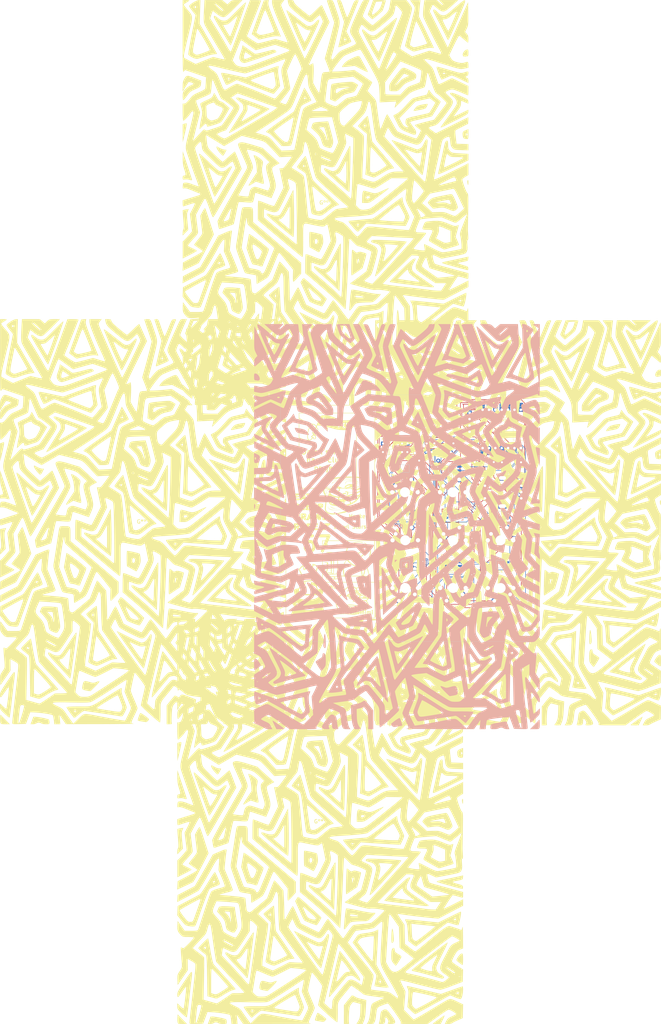
<source format=kicad_pcb>
(kicad_pcb (version 20241229) (generator "pcbnew") (generator_version "9.0")
  (layers (0 "F.Cu" signal) (2 "B.Cu" signal) (13 "F.Paste" user) (15 "B.Paste" user) (5 "F.SilkS" user "F.Silkscreen") (7 "B.SilkS" user "B.Silkscreen") (1 "F.Mask" user) (3 "B.Mask" user) (25 "Edge.Cuts" user))
  (net 0 "")
  (net 1 "/Row 1")
  (net 2 "Net-(D1-A)")
  (net 3 "Net-(D2-A)")
  (net 4 "/Row 2")
  (net 5 "/Row 3")
  (net 6 "Net-(D3-A)")
  (net 7 "Net-(D4-A)")
  (net 8 "Net-(D5-A)")
  (net 9 "Net-(D6-A)")
  (net 10 "Net-(D7-A)")
  (net 11 "Net-(D8-A)")
  (net 12 "Net-(D9-A)")
  (net 13 "Net-(D10-DOUT)")
  (net 14 "/+5V")
  (net 15 "/GND")
  (net 16 "/LED_DATA")
  (net 17 "Net-(D11-DOUT)")
  (net 18 "Net-(D12-DOUT)")
  (net 19 "Net-(D13-DOUT)")
  (net 21 "Net-(D14-DIN)")
  (net 22 "Net-(D15-DIN)")
  (net 23 "Net-(D16-DIN)")
  (net 24 "/SDA")
  (net 25 "/3.3V")
  (net 26 "/SCL")
  (net 27 "/Column 1")
  (net 28 "/Colum 2")
  (net 29 "/Column 3")
  (net 30 "/Encoder B")
  (net 31 "/Encoder A")
  (net 32 "/Column 2")
  (footprint "Shtuff:SK6812MINI-E Fixed" (layer "F.Cu") (at 143.385001 126.600238 180)
    (property "Reference" "D16")
    (property "Value" "SK6812MINI-E")
    (fp_line (start 1.7 -0.805684) (end 1.7 0.6) (stroke (width 0.1)) (layer "Edge.Cuts"))
    (fp_line (start 0.794453 1.397158) (end -0.794451 1.397158) (stroke (width 0.1)) (layer "Edge.Cuts"))
    (fp_line (start -0.794451 -1.602841) (end 0.794454 -1.602841) (stroke (width 0.1)) (layer "Edge.Cuts"))
    (fp_line (start -1.699998 0.6) (end -1.699998 -0.805684) (stroke (width 0.1)) (layer "Edge.Cuts"))
    (fp_arc (start 1.749485 0.816878) (mid 1.712528 0.711226) (end 1.7 0.6) (stroke (width 0.1)) (layer "Edge.Cuts"))
    (fp_arc (start 1.749485 0.816877) (mid 1.638073 1.401193) (end 1.046712 1.465457) (stroke (width 0.1)) (layer "Edge.Cuts"))
    (fp_arc (start 1.7 -0.805685) (mid 1.712528 -0.91691) (end 1.749485 -1.022562) (stroke (width 0.1)) (layer "Edge.Cuts"))
    (fp_arc (start 1.046712 -1.67114) (mid 1.638072 -1.606876) (end 1.749485 -1.022562) (stroke (width 0.1)) (layer "Edge.Cuts"))
    (fp_arc (start 1.046712 -1.67114) (mid 0.925124 -1.620218) (end 0.794454 -1.602841) (stroke (width 0.1)) (layer "Edge.Cuts"))
    (fp_arc (start 0.794453 1.397158) (mid 0.925124 1.414535) (end 1.046712 1.465457) (stroke (width 0.1)) (layer "Edge.Cuts"))
    (fp_arc (start -0.794452 -1.602842) (mid -0.925122 -1.620219) (end -1.04671 -1.671141) (stroke (width 0.1)) (layer "Edge.Cuts"))
    (fp_arc (start -1.046709 1.465457) (mid -0.925121 1.414535) (end -0.794451 1.397158) (stroke (width 0.1)) (layer "Edge.Cuts"))
    (fp_arc (start -1.04671 1.465455) (mid -1.638069 1.401192) (end -1.749483 0.816878) (stroke (width 0.1)) (layer "Edge.Cuts"))
    (fp_arc (start -1.699998 0.600001) (mid -1.712526 0.711226) (end -1.749483 0.816878) (stroke (width 0.1)) (layer "Edge.Cuts"))
    (fp_arc (start -1.749483 -1.022562) (mid -1.63807 -1.606877) (end -1.04671 -1.671141) (stroke (width 0.1)) (layer "Edge.Cuts"))
    (fp_arc (start -1.749483 -1.022562) (mid -1.712526 -0.91691) (end -1.699998 -0.805684) (stroke (width 0.1)) (layer "Edge.Cuts"))
  )
  (footprint "Shtuff:SK6812MINI-E Fixed" (layer "F.Cu") (at 162.592501 126.350238 180)
    (property "Reference" "D15")
    (property "Value" "SK6812MINI-E")
    (fp_line (start 1.7 -0.805684) (end 1.7 0.6) (stroke (width 0.1)) (layer "Edge.Cuts"))
    (fp_line (start 0.794453 1.397158) (end -0.794451 1.397158) (stroke (width 0.1)) (layer "Edge.Cuts"))
    (fp_line (start -0.794451 -1.602841) (end 0.794454 -1.602841) (stroke (width 0.1)) (layer "Edge.Cuts"))
    (fp_line (start -1.699998 0.6) (end -1.699998 -0.805684) (stroke (width 0.1)) (layer "Edge.Cuts"))
    (fp_arc (start 1.749485 0.816878) (mid 1.712528 0.711226) (end 1.7 0.6) (stroke (width 0.1)) (layer "Edge.Cuts"))
    (fp_arc (start 1.749485 0.816877) (mid 1.638073 1.401193) (end 1.046712 1.465457) (stroke (width 0.1)) (layer "Edge.Cuts"))
    (fp_arc (start 1.7 -0.805685) (mid 1.712528 -0.91691) (end 1.749485 -1.022562) (stroke (width 0.1)) (layer "Edge.Cuts"))
    (fp_arc (start 1.046712 -1.67114) (mid 1.638072 -1.606876) (end 1.749485 -1.022562) (stroke (width 0.1)) (layer "Edge.Cuts"))
    (fp_arc (start 1.046712 -1.67114) (mid 0.925124 -1.620218) (end 0.794454 -1.602841) (stroke (width 0.1)) (layer "Edge.Cuts"))
    (fp_arc (start 0.794453 1.397158) (mid 0.925124 1.414535) (end 1.046712 1.465457) (stroke (width 0.1)) (layer "Edge.Cuts"))
    (fp_arc (start -0.794452 -1.602842) (mid -0.925122 -1.620219) (end -1.04671 -1.671141) (stroke (width 0.1)) (layer "Edge.Cuts"))
    (fp_arc (start -1.046709 1.465457) (mid -0.925121 1.414535) (end -0.794451 1.397158) (stroke (width 0.1)) (layer "Edge.Cuts"))
    (fp_arc (start -1.04671 1.465455) (mid -1.638069 1.401192) (end -1.749483 0.816878) (stroke (width 0.1)) (layer "Edge.Cuts"))
    (fp_arc (start -1.699998 0.600001) (mid -1.712526 0.711226) (end -1.749483 0.816878) (stroke (width 0.1)) (layer "Edge.Cuts"))
    (fp_arc (start -1.749483 -1.022562) (mid -1.63807 -1.606877) (end -1.04671 -1.671141) (stroke (width 0.1)) (layer "Edge.Cuts"))
    (fp_arc (start -1.749483 -1.022562) (mid -1.712526 -0.91691) (end -1.699998 -0.805684) (stroke (width 0.1)) (layer "Edge.Cuts"))
  )
  (footprint "Diode_THT:D_DO-35_SOD27_P7.62mm_Horizontal" (layer "F.Cu") (at 181.92 85.89808)
    (property "Reference" "D1")
    (property "Value" "1N4148")
  )
  (footprint "Rotary_Encoder:RotaryEncoder_Alps_EC11E-Switch_Vertical_H20mm" (layer "F.Cu") (at 189.63 100.25808 180)
    (property "Reference" "SW9")
    (property "Value" "RotaryEncoder_Switch")
  )
  (footprint "Button_Switch_Keyboard:SW_Cherry_MX_1.00u_PCB" (layer "F.Cu") (at 164.94 111.90808)
    (property "Reference" "SW2")
    (property "Value" "SW_Push")
  )
  (footprint "Shtuff:XIAO-Generic-Hybrid-14P-2.54-21X17.8MM (1)" (layer "F.Cu") (at 181.827985 72.60758 -90)
    (property "Reference" "U1")
    (property "Value" "XIAO-RP2040-DIP" (hide yes))
  )
  (footprint "oled:SSD1306-0.91-OLED-4pin-128x32" (layer "F.Cu") (at 132.485 63.94308)
    (property "Reference" "J1")
    (property "Value" "OLED")
  )
  (footprint "Shtuff:SK6812MINI-E Fixed" (layer "F.Cu") (at 143.2225 88.30308 180)
    (property "Reference" "D10")
    (property "Value" "SK6812MINI-E")
    (fp_line (start 1.7 -0.805684) (end 1.7 0.6) (stroke (width 0.1)) (layer "Edge.Cuts"))
    (fp_line (start 0.794453 1.397158) (end -0.794451 1.397158) (stroke (width 0.1)) (layer "Edge.Cuts"))
    (fp_line (start -0.794451 -1.602841) (end 0.794454 -1.602841) (stroke (width 0.1)) (layer "Edge.Cuts"))
    (fp_line (start -1.699998 0.6) (end -1.699998 -0.805684) (stroke (width 0.1)) (layer "Edge.Cuts"))
    (fp_arc (start 1.749485 0.816878) (mid 1.712528 0.711226) (end 1.7 0.6) (stroke (width 0.1)) (layer "Edge.Cuts"))
    (fp_arc (start 1.749485 0.816877) (mid 1.638073 1.401193) (end 1.046712 1.465457) (stroke (width 0.1)) (layer "Edge.Cuts"))
    (fp_arc (start 1.7 -0.805685) (mid 1.712528 -0.91691) (end 1.749485 -1.022562) (stroke (width 0.1)) (layer "Edge.Cuts"))
    (fp_arc (start 1.046712 -1.67114) (mid 1.638072 -1.606876) (end 1.749485 -1.022562) (stroke (width 0.1)) (layer "Edge.Cuts"))
    (fp_arc (start 1.046712 -1.67114) (mid 0.925124 -1.620218) (end 0.794454 -1.602841) (stroke (width 0.1)) (layer "Edge.Cuts"))
    (fp_arc (start 0.794453 1.397158) (mid 0.925124 1.414535) (end 1.046712 1.465457) (stroke (width 0.1)) (layer "Edge.Cuts"))
    (fp_arc (start -0.794452 -1.602842) (mid -0.925122 -1.620219) (end -1.04671 -1.671141) (stroke (width 0.1)) (layer "Edge.Cuts"))
    (fp_arc (start -1.046709 1.465457) (mid -0.925121 1.414535) (end -0.794451 1.397158) (stroke (width 0.1)) (layer "Edge.Cuts"))
    (fp_arc (start -1.04671 1.465455) (mid -1.638069 1.401192) (end -1.749483 0.816878) (stroke (width 0.1)) (layer "Edge.Cuts"))
    (fp_arc (start -1.699998 0.600001) (mid -1.712526 0.711226) (end -1.749483 0.816878) (stroke (width 0.1)) (layer "Edge.Cuts"))
    (fp_arc (start -1.749483 -1.022562) (mid -1.63807 -1.606877) (end -1.04671 -1.671141) (stroke (width 0.1)) (layer "Edge.Cuts"))
    (fp_arc (start -1.749483 -1.022562) (mid -1.712526 -0.91691) (end -1.699998 -0.805684) (stroke (width 0.1)) (layer "Edge.Cuts"))
  )
  (footprint "LOGO" (layer "F.Cu") (at 38.68 109.56)
    (property "Reference" "G***")
    (property "Value" "LOGO" (hide yes))
  )
  (footprint "LOGO" (layer "F.Cu") (at 120.142267 125.759334)
    (property "Reference" "Lock in")
    (property "Value" "LOGO" (hide yes))
  )
  (footprint "Button_Switch_Keyboard:SW_Cherry_MX_1.00u_PCB" (layer "F.Cu") (at 178.85 141.07808 180)
    (property "Reference" "SW1")
    (property "Value" "SW_Push")
  )
  (footprint "Diode_THT:D_DO-35_SOD27_P7.62mm_Horizontal" (layer "F.Cu") (at 153.9 81.81808)
    (property "Reference" "D8")
    (property "Value" "1N4148")
  )
  (footprint "LOGO" (layer "F.Cu") (at 113.56 72.15)
    (property "Reference" "G***")
    (property "Value" "LOGO" (hide yes))
  )
  (footprint "Shtuff:SK6812MINI-E Fixed" (layer "F.Cu") (at 181.857793 106.896202 180)
    (property "Reference" "D12")
    (property "Value" "SK6812MINI-E")
    (fp_line (start 1.7 -0.805684) (end 1.7 0.6) (stroke (width 0.1)) (layer "Edge.Cuts"))
    (fp_line (start 0.794453 1.397158) (end -0.794451 1.397158) (stroke (width 0.1)) (layer "Edge.Cuts"))
    (fp_line (start -0.794451 -1.602841) (end 0.794454 -1.602841) (stroke (width 0.1)) (layer "Edge.Cuts"))
    (fp_line (start -1.699998 0.6) (end -1.699998 -0.805684) (stroke (width 0.1)) (layer "Edge.Cuts"))
    (fp_arc (start 1.749485 0.816878) (mid 1.712528 0.711226) (end 1.7 0.6) (stroke (width 0.1)) (layer "Edge.Cuts"))
    (fp_arc (start 1.749485 0.816877) (mid 1.638073 1.401193) (end 1.046712 1.465457) (stroke (width 0.1)) (layer "Edge.Cuts"))
    (fp_arc (start 1.7 -0.805685) (mid 1.712528 -0.91691) (end 1.749485 -1.022562) (stroke (width 0.1)) (layer "Edge.Cuts"))
    (fp_arc (start 1.046712 -1.67114) (mid 1.638072 -1.606876) (end 1.749485 -1.022562) (stroke (width 0.1)) (layer "Edge.Cuts"))
    (fp_arc (start 1.046712 -1.67114) (mid 0.925124 -1.620218) (end 0.794454 -1.602841) (stroke (width 0.1)) (layer "Edge.Cuts"))
    (fp_arc (start 0.794453 1.397158) (mid 0.925124 1.414535) (end 1.046712 1.465457) (stroke (width 0.1)) (layer "Edge.Cuts"))
    (fp_arc (start -0.794452 -1.602842) (mid -0.925122 -1.620219) (end -1.04671 -1.671141) (stroke (width 0.1)) (layer "Edge.Cuts"))
    (fp_arc (start -1.046709 1.465457) (mid -0.925121 1.414535) (end -0.794451 1.397158) (stroke (width 0.1)) (layer "Edge.Cuts"))
    (fp_arc (start -1.04671 1.465455) (mid -1.638069 1.401192) (end -1.749483 0.816878) (stroke (width 0.1)) (layer "Edge.Cuts"))
    (fp_arc (start -1.699998 0.600001) (mid -1.712526 0.711226) (end -1.749483 0.816878) (stroke (width 0.1)) (layer "Edge.Cuts"))
    (fp_arc (start -1.749483 -1.022562) (mid -1.63807 -1.606877) (end -1.04671 -1.671141) (stroke (width 0.1)) (layer "Edge.Cuts"))
    (fp_arc (start -1.749483 -1.022562) (mid -1.712526 -0.91691) (end -1.699998 -0.805684) (stroke (width 0.1)) (layer "Edge.Cuts"))
  )
  (footprint "Diode_THT:D_DO-35_SOD27_P7.62mm_Horizontal" (layer "F.Cu") (at 154.94 78.34808)
    (property "Reference" "D2")
    (property "Value" "1N4148")
  )
  (footprint "LOGO" (layer "F.Cu") (at 122.77 140.88)
    (property "Reference" "Mimimimimimimi")
    (property "Value" "LOGO" (hide yes))
  )
  (footprint "Button_Switch_Keyboard:SW_Cherry_MX_1.00u_PCB" (layer "F.Cu") (at 140.7925 141.07308 180)
    (property "Reference" "SW8")
    (property "Value" "SW_Push")
  )
  (footprint "LOGO" (layer "F.Cu") (at 188.354645 110.001586)
    (property "Reference" "G***")
    (property "Value" "LOGO" (hide yes))
  )
  (footprint "LOGO" (layer "F.Cu") (at 104.601195 137.081073)
    (property "Reference" "Clash")
    (property "Value" "LOGO" (hide yes))
  )
  (footprint "Diode_THT:D_DO-35_SOD27_P7.62mm_Horizontal" (layer "F.Cu") (at 134.44 78.42808)
    (property "Reference" "D6")
    (property "Value" "1N4148")
  )
  (footprint "Diode_THT:D_DO-35_SOD27_P7.62mm_Horizontal" (layer "F.Cu") (at 144.27 78.39808)
    (property "Reference" "D4")
    (property "Value" "1N4148")
  )
  (footprint "Button_Switch_Keyboard:SW_Cherry_MX_1.00u_PCB" (layer "F.Cu") (at 159.84 141.05808 180)
    (property "Reference" "SW3")
    (property "Value" "SW_Push")
  )
  (footprint "LOGO" (layer "F.Cu") (at 119.56 98.71)
    (property "Reference" "Hecker")
    (property "Value" "LOGO" (hide yes))
  )
  (footprint "Diode_THT:D_DO-35_SOD27_P7.62mm_Horizontal" (layer "F.Cu") (at 144.16 81.81808)
    (property "Reference" "D5")
    (property "Value" "1N4148")
  )
  (footprint "LOGO" (layer "F.Cu") (at 111.53 -17.55)
    (property "Reference" "G***")
    (property "Value" "LOGO" (hide yes))
  )
  (footprint "Diode_THT:D_DO-35_SOD27_P7.62mm_Horizontal" (layer "F.Cu") (at 134.44 81.81808)
    (property "Reference" "D7")
    (property "Value" "1N4148")
  )
  (footprint "Shtuff:SK6812MINI-E Fixed" (layer "F.Cu") (at 162.3025 107.35308)
    (property "Reference" "D13")
    (property "Value" "SK6812MINI-E")
    (fp_line (start -1.699998 0.6) (end -1.699998 -0.805684) (stroke (width 0.1)) (layer "Edge.Cuts"))
    (fp_line (start -0.794451 -1.602841) (end 0.794454 -1.602841) (stroke (width 0.1)) (layer "Edge.Cuts"))
    (fp_line (start 0.794453 1.397158) (end -0.794451 1.397158) (stroke (width 0.1)) (layer "Edge.Cuts"))
    (fp_line (start 1.7 -0.805684) (end 1.7 0.6) (stroke (width 0.1)) (layer "Edge.Cuts"))
    (fp_arc (start -1.749483 -1.022562) (mid -1.712526 -0.91691) (end -1.699998 -0.805684) (stroke (width 0.1)) (layer "Edge.Cuts"))
    (fp_arc (start -1.749483 -1.022562) (mid -1.63807 -1.606877) (end -1.04671 -1.671141) (stroke (width 0.1)) (layer "Edge.Cuts"))
    (fp_arc (start -1.699998 0.600001) (mid -1.712526 0.711226) (end -1.749483 0.816878) (stroke (width 0.1)) (layer "Edge.Cuts"))
    (fp_arc (start -1.04671 1.465455) (mid -1.638069 1.401192) (end -1.749483 0.816878) (stroke (width 0.1)) (layer "Edge.Cuts"))
    (fp_arc (start -1.046709 1.465457) (mid -0.925121 1.414535) (end -0.794451 1.397158) (stroke (width 0.1)) (layer "Edge.Cuts"))
    (fp_arc (start -0.794452 -1.602842) (mid -0.925122 -1.620219) (end -1.04671 -1.671141) (stroke (width 0.1)) (layer "Edge.Cuts"))
    (fp_arc (start 0.794453 1.397158) (mid 0.925124 1.414535) (end 1.046712 1.465457) (stroke (width 0.1)) (layer "Edge.Cuts"))
    (fp_arc (start 1.046712 -1.67114) (mid 0.925124 -1.620218) (end 0.794454 -1.602841) (stroke (width 0.1)) (layer "Edge.Cuts"))
    (fp_arc (start 1.046712 -1.67114) (mid 1.638072 -1.606876) (end 1.749485 -1.022562) (stroke (width 0.1)) (layer "Edge.Cuts"))
    (fp_arc (start 1.7 -0.805685) (mid 1.712528 -0.91691) (end 1.749485 -1.022562) (stroke (width 0.1)) (layer "Edge.Cuts"))
    (fp_arc (start 1.749485 0.816877) (mid 1.638073 1.401193) (end 1.046712 1.465457) (stroke (width 0.1)) (layer "Edge.Cuts"))
    (fp_arc (start 1.749485 0.816878) (mid 1.712528 0.711226) (end 1.7 0.6) (stroke (width 0.1)) (layer "Edge.Cuts"))
  )
  (footprint "Button_Switch_Keyboard:SW_Cherry_MX_1.00u_PCB" (layer "F.Cu") (at 145.7625 92.74808)
    (property "Reference" "SW4")
    (property "Value" "SW_Push")
  )
  (footprint "Shtuff:SK6812MINI-E Fixed" (layer "F.Cu") (at 181.350001 126.365238 180)
    (property "Reference" "D14")
    (property "Value" "SK6812MINI-E")
    (fp_line (start 1.7 -0.805684) (end 1.7 0.6) (stroke (width 0.1)) (layer "Edge.Cuts"))
    (fp_line (start 0.794453 1.397158) (end -0.794451 1.397158) (stroke (width 0.1)) (layer "Edge.Cuts"))
    (fp_line (start -0.794451 -1.602841) (end 0.794454 -1.602841) (stroke (width 0.1)) (layer "Edge.Cuts"))
    (fp_line (start -1.699998 0.6) (end -1.699998 -0.805684) (stroke (width 0.1)) (layer "Edge.Cuts"))
    (fp_arc (start 1.749485 0.816878) (mid 1.712528 0.711226) (end 1.7 0.6) (stroke (width 0.1)) (layer "Edge.Cuts"))
    (fp_arc (start 1.749485 0.816877) (mid 1.638073 1.401193) (end 1.046712 1.465457) (stroke (width 0.1)) (layer "Edge.Cuts"))
    (fp_arc (start 1.7 -0.805685) (mid 1.712528 -0.91691) (end 1.749485 -1.022562) (stroke (width 0.1)) (layer "Edge.Cuts"))
    (fp_arc (start 1.046712 -1.67114) (mid 1.638072 -1.606876) (end 1.749485 -1.022562) (stroke (width 0.1)) (layer "Edge.Cuts"))
    (fp_arc (start 1.046712 -1.67114) (mid 0.925124 -1.620218) (end 0.794454 -1.602841) (stroke (width 0.1)) (layer "Edge.Cuts"))
    (fp_arc (start 0.794453 1.397158) (mid 0.925124 1.414535) (end 1.046712 1.465457) (stroke (width 0.1)) (layer "Edge.Cuts"))
    (fp_arc (start -0.794452 -1.602842) (mid -0.925122 -1.620219) (end -1.04671 -1.671141) (stroke (width 0.1)) (layer "Edge.Cuts"))
    (fp_arc (start -1.046709 1.465457) (mid -0.925121 1.414535) (end -0.794451 1.397158) (stroke (width 0.1)) (layer "Edge.Cuts"))
    (fp_arc (start -1.04671 1.465455) (mid -1.638069 1.401192) (end -1.749483 0.816878) (stroke (width 0.1)) (layer "Edge.Cuts"))
    (fp_arc (start -1.699998 0.600001) (mid -1.712526 0.711226) (end -1.749483 0.816878) (stroke (width 0.1)) (layer "Edge.Cuts"))
    (fp_arc (start -1.749483 -1.022562) (mid -1.63807 -1.606877) (end -1.04671 -1.671141) (stroke (width 0.1)) (layer "Edge.Cuts"))
    (fp_arc (start -1.749483 -1.022562) (mid -1.712526 -0.91691) (end -1.699998 -0.805684) (stroke (width 0.1)) (layer "Edge.Cuts"))
  )
  (footprint "Button_Switch_Keyboard:SW_Cherry_MX_1.00u_PCB" (layer "F.Cu") (at 145.89 111.87808)
    (property "Reference" "SW7")
    (property "Value" "SW_Push")
  )
  (footprint "Shtuff:SK6812MINI-E Fixed" (layer "F.Cu") (at 162.3025 88.30308 180)
    (property "Reference" "D11")
    (property "Value" "SK6812MINI-E")
    (fp_line (start 1.7 -0.805684) (end 1.7 0.6) (stroke (width 0.1)) (layer "Edge.Cuts"))
    (fp_line (start 0.794453 1.397158) (end -0.794451 1.397158) (stroke (width 0.1)) (layer "Edge.Cuts"))
    (fp_line (start -0.794451 -1.602841) (end 0.794454 -1.602841) (stroke (width 0.1)) (layer "Edge.Cuts"))
    (fp_line (start -1.699998 0.6) (end -1.699998 -0.805684) (stroke (width 0.1)) (layer "Edge.Cuts"))
    (fp_arc (start 1.749485 0.816878) (mid 1.712528 0.711226) (end 1.7 0.6) (stroke (width 0.1)) (layer "Edge.Cuts"))
    (fp_arc (start 1.749485 0.816877) (mid 1.638073 1.401193) (end 1.046712 1.465457) (stroke (width 0.1)) (layer "Edge.Cuts"))
    (fp_arc (start 1.7 -0.805685) (mid 1.712528 -0.91691) (end 1.749485 -1.022562) (stroke (width 0.1)) (layer "Edge.Cuts"))
    (fp_arc (start 1.046712 -1.67114) (mid 1.638072 -1.606876) (end 1.749485 -1.022562) (stroke (width 0.1)) (layer "Edge.Cuts"))
    (fp_arc (start 1.046712 -1.67114) (mid 0.925124 -1.620218) (end 0.794454 -1.602841) (stroke (width 0.1)) (layer "Edge.Cuts"))
    (fp_arc (start 0.794453 1.397158) (mid 0.925124 1.414535) (end 1.046712 1.465457) (stroke (width 0.1)) (layer "Edge.Cuts"))
    (fp_arc (start -0.794452 -1.602842) (mid -0.925122 -1.620219) (end -1.04671 -1.671141) (stroke (width 0.1)) (layer "Edge.Cuts"))
    (fp_arc (start -1.046709 1.465457) (mid -0.925121 1.414535) (end -0.794451 1.397158) (stroke (width 0.1)) (layer "Edge.Cuts"))
    (fp_arc (start -1.04671 1.465455) (mid -1.638069 1.401192) (end -1.749483 0.816878) (stroke (width 0.1)) (layer "Edge.Cuts"))
    (fp_arc (start -1.699998 0.600001) (mid -1.712526 0.711226) (end -1.749483 0.816878) (stroke (width 0.1)) (layer "Edge.Cuts"))
    (fp_arc (start -1.749483 -1.022562) (mid -1.63807 -1.606877) (end -1.04671 -1.671141) (stroke (width 0.1)) (layer "Edge.Cuts"))
    (fp_arc (start -1.749483 -1.022562) (mid -1.712526 -0.91691) (end -1.699998 -0.805684) (stroke (width 0.1)) (layer "Edge.Cuts"))
  )
  (footprint "Button_Switch_Keyboard:SW_Cherry_MX_1.00u_PCB" (layer "F.Cu") (at 183.91 111.88808)
    (property "Reference" "SW5")
    (property "Value" "SW_Push")
  )
  (footprint "LOGO" (layer "F.Cu") (at 106.17 105.64)
    (property "Reference" "Brawl Stars")
    (property "Value" "LOGO" (hide yes))
  )
  (footprint "Diode_THT:D_DO-35_SOD27_P7.62mm_Horizontal" (layer "F.Cu") (at 171.04 85.81808)
    (property "Reference" "D3")
    (property "Value" "1N4148")
  )
  (footprint "Shtuff:SK6812MINI-E Fixed" (layer "F.Cu") (at 143.2225 107.35308)
    (property "Reference" "D17")
    (property "Value" "SK6812MINI-E")
    (fp_line (start -1.699998 0.6) (end -1.699998 -0.805684) (stroke (width 0.1)) (layer "Edge.Cuts"))
    (fp_line (start -0.794451 -1.602841) (end 0.794454 -1.602841) (stroke (width 0.1)) (layer "Edge.Cuts"))
    (fp_line (start 0.794453 1.397158) (end -0.794451 1.397158) (stroke (width 0.1)) (layer "Edge.Cuts"))
    (fp_line (start 1.7 -0.805684) (end 1.7 0.6) (stroke (width 0.1)) (layer "Edge.Cuts"))
    (fp_arc (start -1.749483 -1.022562) (mid -1.712526 -0.91691) (end -1.699998 -0.805684) (stroke (width 0.1)) (layer "Edge.Cuts"))
    (fp_arc (start -1.749483 -1.022562) (mid -1.63807 -1.606877) (end -1.04671 -1.671141) (stroke (width 0.1)) (layer "Edge.Cuts"))
    (fp_arc (start -1.699998 0.600001) (mid -1.712526 0.711226) (end -1.749483 0.816878) (stroke (width 0.1)) (layer "Edge.Cuts"))
    (fp_arc (start -1.04671 1.465455) (mid -1.638069 1.401192) (end -1.749483 0.816878) (stroke (width 0.1)) (layer "Edge.Cuts"))
    (fp_arc (start -1.046709 1.465457) (mid -0.925121 1.414535) (end -0.794451 1.397158) (stroke (width 0.1)) (layer "Edge.Cuts"))
    (fp_arc (start -0.794452 -1.602842) (mid -0.925122 -1.620219) (end -1.04671 -1.671141) (stroke (width 0.1)) (layer "Edge.Cuts"))
    (fp_arc (start 0.794453 1.397158) (mid 0.925124 1.414535) (end 1.046712 1.465457) (stroke (width 0.1)) (layer "Edge.Cuts"))
    (fp_arc (start 1.046712 -1.67114) (mid 0.925124 -1.620218) (end 0.794454 -1.602841) (stroke (width 0.1)) (layer "Edge.Cuts"))
    (fp_arc (start 1.046712 -1.67114) (mid 1.638072 -1.606876) (end 1.749485 -1.022562) (stroke (width 0.1)) (layer "Edge.Cuts"))
    (fp_arc (start 1.7 -0.805685) (mid 1.712528 -0.91691) (end 1.749485 -1.022562) (stroke (width 0.1)) (layer "Edge.Cuts"))
    (fp_arc (start 1.749485 0.816877) (mid 1.638073 1.401193) (end 1.046712 1.465457) (stroke (width 0.1)) (layer "Edge.Cuts"))
    (fp_arc (start 1.749485 0.816878) (mid 1.712528 0.711226) (end 1.7 0.6) (stroke (width 0.1)) (layer "Edge.Cuts"))
  )
  (footprint "Button_Switch_Keyboard:SW_Cherry_MX_1.00u_PCB" (layer "F.Cu") (at 164.8425 92.74808)
    (property "Reference" "SW6")
    (property "Value" "SW_Push")
  )
  (footprint "Diode_THT:D_DO-35_SOD27_P7.62mm_Horizontal" (layer "F.Cu") (at 148.89 85.22808)
    (property "Reference" "D9")
    (property "Value" "1N4148")
  )
  (footprint "LOGO" (layer "F.Cu") (at 109.4 229)
    (property "Reference" "G***")
    (property "Value" "LOGO" (hide yes))
  )
  (footprint "LOGO" (layer "B.Cu") (at 140.03 111.53 180)
    (property "Reference" "G***")
    (property "Value" "LOGO" (hide yes))
  )
  (gr_rect (start 95.71 63.16) (end 131.14 147.922052) (stroke (width 0.2)) (fill no) (layer "F.SilkS"))
  (gr_rect (start 110.34 117.14) (end 131.08 133.704942) (stroke (width 0.2)) (fill no) (layer "F.SilkS"))
  (gr_rect (start 100.96 66.29) (end 123.89 96.25) (stroke (width 0.2)) (fill no) (layer "F.SilkS"))
  (gr_rect (start 93.55 59.01808) (end 192.33 157.32308) (stroke (width 0.05)) (fill no) (layer "Edge.Cuts"))
  (gr_text "67" (at 101.51 122 0) (layer "F.SilkS") (effects (font (size 6 6) (thickness 1.2) (bold yes)) (justify left bottom)))
  (gr_text "Darsh's first \nhack club \nproject" (at 112.08 80.57 0) (layer "F.SilkS") (effects (font (size 2 2) (thickness 0.4) (bold yes)) (justify top)))
  (segment (start 160.49705 85.63808) (end 164.52 85.63808) (width 0.2) (layer "F.Cu") (net 1))
  (segment (start 144.27 78.14682) (end 143.03573 76.91255) (width 0.2) (layer "F.Cu") (net 1))
  (segment (start 164.52 85.63808) (end 164.87 85.98808) (width 0.2) (layer "F.Cu") (net 1))
  (segment (start 144.27 78.39808) (end 144.27 78.14682) (width 0.2) (layer "F.Cu") (net 1))
  (segment (start 134.44 81.81808) (end 138.931 77.32708) (width 0.2) (layer "F.Cu") (net 1))
  (segment (start 143.409 76.68708) (end 144.16 77.43808) (width 0.2) (layer "F.Cu") (net 1))
  (segment (start 142.2515 83.56663) (end 149.11471 83.56663) (width 0.2) (layer "F.Cu") (net 1))
  (segment (start 149.11471 83.56663) (end 156.0215 90.47342) (width 0.2) (layer "F.Cu") (net 1))
  (segment (start 187.895985 91.874065) (end 181.92 85.89808) (width 0.2) (layer "F.Cu") (net 1))
  (segment (start 159.87705 85.01808) (end 160.49705 85.63808) (width 0.2) (layer "F.Cu") (net 1))
  (segment (start 163.14 94.07808) (end 163.035 93.97308) (width 0.2) (layer "F.Cu") (net 1))
  (segment (start 164.669 60.87908) (end 189.546485 60.87908) (width 0.2) (layer "F.Cu") (net 1))
  (segment (start 158.71 99.08808) (end 159.9515 97.84658) (width 0.2) (layer "F.Cu") (net 1))
  (segment (start 139.64 78.72393) (end 139.64 80.95513) (width 0.2) (layer "F.Cu") (net 1))
  (segment (start 163.95 80.94513) (end 163.95 61.59808) (width 0.2) (layer "F.Cu") (net 1))
  (segment (start 144.16 77.43808) (end 144.16 78.42808) (width 0.2) (layer "F.Cu") (net 1))
  (segment (start 143.58447 76.91255) (end 141.45138 76.91255) (width 0.2) (layer "F.Cu") (net 1))
  (segment (start 156.72503 96.62708) (end 157.71997 96.62708) (width 0.2) (layer "F.Cu") (net 1))
  (segment (start 164.87 90.739266) (end 163.035 92.574266) (width 0.2) (layer "F.Cu") (net 1))
  (segment (start 158.185485 98.563565) (end 158.71 99.08808) (width 0.2) (layer "F.Cu") (net 1))
  (segment (start 144.27 77.59808) (end 143.58447 76.91255) (width 0.2) (layer "F.Cu") (net 1))
  (segment (start 189.546485 60.87908) (end 191.332 62.664595) (width 0.2) (layer "F.Cu") (net 1))
  (segment (start 158.4235 98.32555) (end 158.185485 98.563565) (width 0.2) (layer "F.Cu") (net 1))
  (segment (start 143.03573 76.91255) (end 139.34553 76.91255) (width 0.2) (layer "F.Cu") (net 1))
  (segment (start 163.95 61.59808) (end 163.95 61.49808) (width 0.2) (layer "F.Cu") (net 1))
  (segment (start 187.895985 101.126065) (end 187.895985 91.874065) (width 0.2) (layer "F.Cu") (net 1))
  (segment (start 156.487015 96.865095) (end 156.72503 96.62708) (width 0.2) (layer "F.Cu") (net 1))
  (segment (start 158.4235 97.33061) (end 158.4235 98.32555) (width 0.2) (layer "F.Cu") (net 1))
  (segment (start 181.92 80.324595) (end 181.827985 80.23258) (width 0.2) (layer "F.Cu") (net 1))
  (segment (start 139.64 80.95513) (end 142.2515 83.56663) (width 0.2) (layer "F.Cu") (net 1))
  (segment (start 159.9515 96.854264) (end 161.328684 95.47708) (width 0.2) (layer "F.Cu") (net 1))
  (segment (start 140.961 77.32708) (end 142.33 75.95808) (width 0.2) (layer "F.Cu") (net 1))
  (segment (start 163.035 92.574266) (end 163.035 93.97308) (width 0.2) (layer "F.Cu") (net 1))
  (segment (start 190.931 101.55908) (end 188.329 101.55908) (width 0.2) (layer "F.Cu") (net 1))
  (segment (start 191.332 62.664595) (end 191.332 101.15808) (width 0.2) (layer "F.Cu") (net 1))
  (segment (start 159.87705 85.01808) (end 163.95 80.94513) (width 0.2) (layer "F.Cu") (net 1))
  (segment (start 157.71997 96.62708) (end 158.4235 97.33061) (width 0.2) (layer "F.Cu") (net 1))
  (segment (start 159.9515 97.84658) (end 159.9515 96.854264) (width 0.2) (layer "F.Cu") (net 1))
  (segment (start 161.328684 95.47708) (end 161.741 95.47708) (width 0.2) (layer "F.Cu") (net 1))
  (segment (start 139.34553 76.91255) (end 134.44 81.81808) (width 0.2) (layer "F.Cu") (net 1))
  (segment (start 191.332 101.15808) (end 190.931 101.55908) (width 0.2) (layer "F.Cu") (net 1))
  (segment (start 138.931 77.32708) (end 140.961 77.32708) (width 0.2) (layer "F.Cu") (net 1))
  (segment (start 161.741 95.47708) (end 163.14 94.07808) (width 0.2) (layer "F.Cu") (net 1))
  (segment (start 142.33 75.95808) (end 143.059 76.68708) (width 0.2) (layer "F.Cu") (net 1))
  (segment (start 164.87 85.98808) (end 164.87 90.739266) (width 0.2) (layer "F.Cu") (net 1))
  (segment (start 141.45138 76.91255) (end 139.64 78.72393) (width 0.2) (layer "F.Cu") (net 1))
  (segment (start 181.92 85.89808) (end 181.92 80.324595) (width 0.2) (layer "F.Cu") (net 1))
  (segment (start 156.0215 96.39958) (end 156.487015 96.865095) (width 0.2) (layer "F.Cu") (net 1))
  (segment (start 144.27 78.39808) (end 144.27 77.59808) (width 0.2) (layer "F.Cu") (net 1))
  (segment (start 188.329 101.55908) (end 187.895985 101.126065) (width 0.2) (layer "F.Cu") (net 1))
  (segment (start 156.0215 90.47342) (end 156.0215 96.39958) (width 0.2) (layer "F.Cu") (net 1))
  (segment (start 143.059 76.68708) (end 143.409 76.68708) (width 0.2) (layer "F.Cu") (net 1))
  (segment (start 163.95 61.59808) (end 164.669 60.87908) (width 0.2) (layer "F.Cu") (net 1))
  (segment (start 187.34 140.67808) (end 187.63 140.67808) (width 0.2) (layer "F.Cu") (net 2))
  (segment (start 185.2 138.53808) (end 187.34 140.67808) (width 0.2) (layer "F.Cu") (net 2))
  (via (at 187.63 140.67808) (size 0.6) (drill 0.3) (layers "F.Cu" "B.Cu") (net 2))
  (segment (start 188.329 139.97908) (end 188.329 87.10908) (width 0.2) (layer "B.Cu") (net 2))
  (segment (start 188.329 87.10908) (end 189.54 85.89808) (width 0.2) (layer "B.Cu") (net 2))
  (segment (start 187.63 140.67808) (end 188.329 139.97908) (width 0.2) (layer "B.Cu") (net 2))
  (segment (start 162.56 78.34808) (end 162.56 79.42808) (width 0.2) (layer "F.Cu") (net 3))
  (segment (start 162.56 79.42808) (end 163.3 80.16808) (width 0.2) (layer "F.Cu") (net 3))
  (via (at 163.3 80.16808) (size 0.6) (drill 0.3) (layers "F.Cu" "B.Cu") (net 3))
  (segment (start 155.409 81.969137) (end 155.409 111.26708) (width 0.2) (layer "B.Cu") (net 3))
  (segment (start 155.409 111.26708) (end 158.59 114.44808) (width 0.2) (layer "B.Cu") (net 3))
  (segment (start 157.281057 80.09708) (end 155.409 81.969137) (width 0.2) (layer "B.Cu") (net 3))
  (segment (start 163.229 80.09708) (end 157.281057 80.09708) (width 0.2) (layer "B.Cu") (net 3))
  (segment (start 163.3 80.16808) (end 163.229 80.09708) (width 0.2) (layer "B.Cu") (net 3))
  (segment (start 158.53 78.40808) (end 158.37 78.40808) (width 0.2) (layer "F.Cu") (net 4))
  (segment (start 152.799 82.91908) (end 153.9 81.81808) (width 0.2) (layer "F.Cu") (net 4))
  (segment (start 171.21 75.76808) (end 166.49 75.76808) (width 0.2) (layer "F.Cu") (net 4))
  (segment (start 179.287985 80.23258) (end 176.723485 77.66808) (width 0.2) (layer "F.Cu") (net 4))
  (segment (start 158.53 80.86808) (end 158.53 78.40808) (width 0.2) (layer "F.Cu") (net 4))
  (segment (start 154.04 79.24808) (end 154.94 78.34808) (width 0.2) (layer "F.Cu") (net 4))
  (segment (start 176.723485 77.66808) (end 174.27 77.66808) (width 0.2) (layer "F.Cu") (net 4))
  (segment (start 153.9 81.81808) (end 157.58 81.81808) (width 0.2) (layer "F.Cu") (net 4))
  (segment (start 145.261 82.91908) (end 152.799 82.91908) (width 0.2) (layer "F.Cu") (net 4))
  (segment (start 153.55 79.24808) (end 154.04 79.24808) (width 0.2) (layer "F.Cu") (net 4))
  (segment (start 157.58 81.81808) (end 158.53 80.86808) (width 0.2) (layer "F.Cu") (net 4))
  (segment (start 158.31 78.34808) (end 154.94 78.34808) (width 0.2) (layer "F.Cu") (net 4))
  (segment (start 144.16 81.81808) (end 145.261 82.91908) (width 0.2) (layer "F.Cu") (net 4))
  (segment (start 158.37 78.40808) (end 158.31 78.34808) (width 0.2) (layer "F.Cu") (net 4))
  (segment (start 172.05 76.60808) (end 171.21 75.76808) (width 0.2) (layer "F.Cu") (net 4))
  (segment (start 152.95 77.48808) (end 153.19 77.72808) (width 0.2) (layer "F.Cu") (net 4))
  (segment (start 152.95 76.24608) (end 152.95 77.48808) (width 0.2) (layer "F.Cu") (net 4))
  (via (at 153.55 79.24808) (size 0.6) (drill 0.3) (layers "F.Cu" "B.Cu") (net 4))
  (via (at 174.27 77.66808) (size 0.6) (drill 0.3) (layers "F.Cu" "B.Cu") (net 4))
  (via (at 152.95 76.24608) (size 0.6) (drill 0.3) (layers "F.Cu" "B.Cu") (net 4))
  (via (at 166.49 75.76808) (size 0.6) (drill 0.3) (layers "F.Cu" "B.Cu") (net 4))
  (via (at 153.19 77.72808) (size 0.6) (drill 0.3) (layers "F.Cu" "B.Cu") (net 4))
  (via (at 172.05 76.60808) (size 0.6) (drill 0.3) (layers "F.Cu" "B.Cu") (net 4))
  (segment (start 173.11 77.66808) (end 172.05 76.60808) (width 0.2) (layer "B.Cu") (net 4))
  (segment (start 153.19 78.88808) (end 153.55 79.24808) (width 0.2) (layer "B.Cu") (net 4))
  (segment (start 153.428 75.76808) (end 152.95 76.24608) (width 0.2) (layer "B.Cu") (net 4))
  (segment (start 166.49 75.76808) (end 153.428 75.76808) (width 0.2) (layer "B.Cu") (net 4))
  (segment (start 174.27 77.66808) (end 173.11 77.66808) (width 0.2) (layer "B.Cu") (net 4))
  (segment (start 153.19 77.72808) (end 153.19 78.88808) (width 0.2) (layer "B.Cu") (net 4))
  (segment (start 189.37 102.98808) (end 189.1909 102.98808) (width 0.2) (layer "F.Cu") (net 5))
  (segment (start 155.6205 91.95858) (end 155.6205 138.819894) (width 0.2) (layer "F.Cu") (net 5))
  (segment (start 134.44 78.42808) (end 133.339 79.52908) (width 0.2) (layer "F.Cu") (net 5))
  (segment (start 182.7619 96.55908) (end 174.591108 96.55908) (width 0.2) (layer "F.Cu") (net 5))
  (segment (start 176.747985 80.23258) (end 176.747985 82.210095) (width 0.2) (layer "F.Cu") (net 5))
  (segment (start 148.89 85.22808) (end 155.6205 91.95858) (width 0.2) (layer "F.Cu") (net 5))
  (segment (start 189.1909 102.98808) (end 182.7619 96.55908) (width 0.2) (layer "F.Cu") (net 5))
  (segment (start 171.04 93.007972) (end 171.04 85.81808) (width 0.2) (layer "F.Cu") (net 5))
  (segment (start 133.339 82.60324) (end 135.96384 85.22808) (width 0.2) (layer "F.Cu") (net 5))
  (segment (start 188.759 142.47908) (end 189.62 141.61808) (width 0.2) (layer "F.Cu") (net 5))
  (segment (start 155.6205 138.819894) (end 159.279686 142.47908) (width 0.2) (layer "F.Cu") (net 5))
  (segment (start 133.339 79.52908) (end 133.339 82.60324) (width 0.2) (layer "F.Cu") (net 5))
  (segment (start 135.96384 85.22808) (end 148.89 85.22808) (width 0.2) (layer "F.Cu") (net 5))
  (segment (start 159.279686 142.47908) (end 188.759 142.47908) (width 0.2) (layer "F.Cu") (net 5))
  (segment (start 176.747985 82.210095) (end 175.1 83.85808) (width 0.2) (layer "F.Cu") (net 5))
  (segment (start 189.62 103.23808) (end 189.37 102.98808) (width 0.2) (layer "F.Cu") (net 5))
  (segment (start 189.62 141.61808) (end 189.62 103.23808) (width 0.2) (layer "F.Cu") (net 5))
  (segment (start 174.591108 96.55908) (end 171.04 93.007972) (width 0.2) (layer "F.Cu") (net 5))
  (via (at 175.1 83.85808) (size 0.6) (drill 0.3) (layers "F.Cu" "B.Cu") (net 5))
  (segment (start 175.09 83.85808) (end 173.13 85.81808) (width 0.2) (layer "B.Cu") (net 5))
  (segment (start 173.13 85.81808) (end 171.04 85.81808) (width 0.2) (layer "B.Cu") (net 5))
  (segment (start 175.1 83.85808) (end 175.09 83.85808) (width 0.2) (layer "B.Cu") (net 5))
  (segment (start 186.29 115.372896) (end 173.861 127.801896) (width 0.2) (layer "F.Cu") (net 6))
  (segment (start 185.538 98.76808) (end 186.85 98.76808) (width 0.2) (layer "F.Cu") (net 6))
  (segment (start 186.29 114.91808) (end 186.29 115.372896) (width 0.2) (layer "F.Cu") (net 6))
  (segment (start 178.66 85.81808) (end 178.66 91.89008) (width 0.2) (layer "F.Cu") (net 6))
  (segment (start 178.66 91.89008) (end 185.538 98.76808) (width 0.2) (layer "F.Cu") (net 6))
  (segment (start 173.861 127.801896) (end 173.861 132.402714) (width 0.2) (layer "F.Cu") (net 6))
  (segment (start 167.745634 138.51808) (end 166.19 138.51808) (width 0.2) (layer "F.Cu") (net 6))
  (segment (start 173.861 132.402714) (end 167.745634 138.51808) (width 0.2) (layer "F.Cu") (net 6))
  (via (at 186.85 98.76808) (size 0.6) (drill 0.3) (layers "F.Cu" "B.Cu") (net 6))
  (via (at 186.29 114.91808) (size 0.6) (drill 0.3) (layers "F.Cu" "B.Cu") (net 6))
  (segment (start 186.85 114.35808) (end 186.29 114.91808) (width 0.2) (layer "B.Cu") (net 6))
  (segment (start 186.85 98.76808) (end 186.85 114.35808) (width 0.2) (layer "B.Cu") (net 6))
  (segment (start 138.886184 115.81908) (end 140.120314 115.81908) (width 0.2) (layer "F.Cu") (net 7))
  (segment (start 138.0735 96.62708) (end 139.4125 95.28808) (width 0.2) (layer "F.Cu") (net 7))
  (segment (start 136.9415 97.33061) (end 137.64503 96.62708) (width 0.2) (layer "F.Cu") (net 7))
  (segment (start 133.032 75.15608) (end 132.341 75.84708) (width 0.2) (layer "F.Cu") (net 7))
  (segment (start 148.648 75.15608) (end 133.032 75.15608) (width 0.2) (layer "F.Cu") (net 7))
  (segment (start 136.9415 98.32555) (end 136.9415 97.33061) (width 0.2) (layer "F.Cu") (net 7))
  (segment (start 140.120314 115.81908) (end 140.941 114.998394) (width 0.2) (layer "F.Cu") (net 7))
  (segment (start 132.341 109.273896) (end 138.886184 115.81908) (width 0.2) (layer "F.Cu") (net 7))
  (segment (start 136.62 99.02908) (end 137.64503 99.02908) (width 0.2) (layer "F.Cu") (net 7))
  (segment (start 137.64503 99.02908) (end 136.9415 98.32555) (width 0.2) (layer "F.Cu") (net 7))
  (segment (start 151.89 78.39808) (end 148.648 75.15608) (width 0.2) (layer "F.Cu") (net 7))
  (segment (start 132.341 75.84708) (end 132.341 109.273896) (width 0.2) (layer "F.Cu") (net 7))
  (segment (start 137.64503 96.62708) (end 138.0735 96.62708) (width 0.2) (layer "F.Cu") (net 7))
  (segment (start 140.941 114.998394) (end 140.941 112.13908) (width 0.2) (layer "F.Cu") (net 7))
  (segment (start 140.941 112.13908) (end 136.62 107.81808) (width 0.2) (layer "F.Cu") (net 7))
  (segment (start 136.62 107.81808) (end 136.62 99.02908) (width 0.2) (layer "F.Cu") (net 7))
  (segment (start 151.78 81.81808) (end 153.13 80.46808) (width 0.2) (layer "F.Cu") (net 8))
  (segment (start 157.3 80.46808) (end 157.53 80.69808) (width 0.2) (layer "F.Cu") (net 8))
  (segment (start 153.13 80.46808) (end 157.3 80.46808) (width 0.2) (layer "F.Cu") (net 8))
  (via (at 157.53 80.69808) (size 0.6) (drill 0.3) (layers "F.Cu" "B.Cu") (net 8))
  (segment (start 157.611 80.77908) (end 157.611 89.811764) (width 0.2) (layer "B.Cu") (net 8))
  (segment (start 177.56 109.760764) (end 177.56 114.42808) (width 0.2) (layer "B.Cu") (net 8))
  (segment (start 157.611 89.811764) (end 177.56 109.760764) (width 0.2) (layer "B.Cu") (net 8))
  (segment (start 157.53 80.69808) (end 157.611 80.77908) (width 0.2) (layer "B.Cu") (net 8))
  (segment (start 160.419 83.03908) (end 160.419 80.76908) (width 0.2) (layer "F.Cu") (net 9))
  (segment (start 152.939 78.95808) (end 152.939 78.96808) (width 0.2) (layer "F.Cu") (net 9))
  (segment (start 157.989 87.32708) (end 157.989 90.32708) (width 0.2) (layer "F.Cu") (net 9))
  (segment (start 157.06 86.39808) (end 160.419 83.03908) (width 0.2) (layer "F.Cu") (net 9))
  (segment (start 162.15 76.04808) (end 161.14 77.05808) (width 0.2) (layer "F.Cu") (net 9))
  (segment (start 157.989 90.32708) (end 158.4925 90.83058) (width 0.2) (layer "F.Cu") (net 9))
  (segment (start 153.839 78.00613) (end 153.839 77.56292) (width 0.2) (layer "F.Cu") (net 9))
  (segment (start 142.74 80.22808) (end 151.74705 80.22808) (width 0.2) (layer "F.Cu") (net 9))
  (segment (start 155.5 76.04808) (end 162.15 76.04808) (width 0.2) (layer "F.Cu") (net 9))
  (segment (start 152.939 78.90613) (end 153.839 78.00613) (width 0.2) (layer "F.Cu") (net 9))
  (segment (start 151.88 80.36103) (end 151.88 79.96513) (width 0.2) (layer "F.Cu") (net 9))
  (segment (start 160.419 80.76908) (end 161.14 80.04808) (width 0.2) (layer "F.Cu") (net 9))
  (segment (start 152.939 78.90613) (end 152.939 78.95808) (width 0.2) (layer "F.Cu") (net 9))
  (segment (start 151.88 79.96513) (end 152.939 78.90613) (width 0.2) (layer "F.Cu") (net 9))
  (segment (start 154.94 76.46192) (end 155.01308 76.535) (width 0.2) (layer "F.Cu") (net 9))
  (segment (start 155.01308 76.535) (end 155.5 76.04808) (width 0.2) (layer "F.Cu") (net 9))
  (segment (start 151.74705 80.22808) (end 151.88 80.36103) (width 0.2) (layer "F.Cu") (net 9))
  (segment (start 157.06 86.39808) (end 157.989 87.32708) (width 0.2) (layer "F.Cu") (net 9))
  (segment (start 142.06 78.42808) (end 142.06 79.54808) (width 0.2) (layer "F.Cu") (net 9))
  (segment (start 142.06 79.54808) (end 142.74 80.22808) (width 0.2) (layer "F.Cu") (net 9))
  (segment (start 153.839 77.56292) (end 154.94 76.46192) (width 0.2) (layer "F.Cu") (net 9))
  (segment (start 158.4925 90.83058) (end 158.4925 95.28808) (width 0.2) (layer "F.Cu") (net 9))
  (segment (start 161.14 77.05808) (end 161.14 80.04808) (width 0.2) (layer "F.Cu") (net 9))
  (segment (start 146.14 78.89808) (end 146.14 76.36808) (width 0.2) (layer "F.Cu") (net 10))
  (segment (start 132.938 75.81718) (end 132.938 107.81608) (width 0.2) (layer "F.Cu") (net 10))
  (segment (start 146.14 76.36808) (end 146.951 75.55708) (width 0.2) (layer "F.Cu") (net 10))
  (segment (start 142.86963 77.31355) (end 143.169 77.61292) (width 0.2) (layer "F.Cu") (net 10))
  (segment (start 145.539 79.49908) (end 146.14 78.89808) (width 0.2) (layer "F.Cu") (net 10))
  (segment (start 143.169 77.61292) (end 143.169 79.18324) (width 0.2) (layer "F.Cu") (net 10))
  (segment (start 133.1981 75.55708) (end 132.938 75.81718) (width 0.2) (layer "F.Cu") (net 10))
  (segment (start 143.169 79.18324) (end 143.48484 79.49908) (width 0.2) (layer "F.Cu") (net 10))
  (segment (start 140.959 80.71708) (end 140.959 77.97203) (width 0.2) (layer "F.Cu") (net 10))
  (segment (start 141.61748 77.31355) (end 142.86963 77.31355) (width 0.2) (layer "F.Cu") (net 10))
  (segment (start 140.959 77.97203) (end 141.61748 77.31355) (width 0.2) (layer "F.Cu") (net 10))
  (segment (start 132.938 107.81608) (end 139.54 114.41808) (width 0.2) (layer "F.Cu") (net 10))
  (segment (start 146.951 75.55708) (end 133.1981 75.55708) (width 0.2) (layer "F.Cu") (net 10))
  (segment (start 142.06 81.81808) (end 140.959 80.71708) (width 0.2) (layer "F.Cu") (net 10))
  (segment (start 143.48484 79.49908) (end 145.539 79.49908) (width 0.2) (layer "F.Cu") (net 10))
  (segment (start 161.52 81.81808) (end 161.52 82.78661) (width 0.2) (layer "F.Cu") (net 11))
  (segment (start 158.79 85.51661) (end 158.79 85.91808) (width 0.2) (layer "F.Cu") (net 11))
  (segment (start 161.52 82.78661) (end 158.79 85.51661) (width 0.2) (layer "F.Cu") (net 11))
  (via (at 158.79 85.91808) (size 0.6) (drill 0.3) (layers "F.Cu" "B.Cu") (net 11))
  (segment (start 163.548943 79.56708) (end 157.243957 79.56708) (width 0.2) (layer "B.Cu") (net 11))
  (segment (start 155.008 81.803037) (end 155.008 127.69911) (width 0.2) (layer "B.Cu") (net 11))
  (segment (start 163.901 80.80708) (end 163.901 79.919137) (width 0.2) (layer "B.Cu") (net 11))
  (segment (start 157.243957 79.56708) (end 155.008 81.803037) (width 0.2) (layer "B.Cu") (net 11))
  (segment (start 155.008 127.69911) (end 147.1425 135.56461) (width 0.2) (layer "B.Cu") (net 11))
  (segment (start 163.901 79.919137) (end 163.548943 79.56708) (width 0.2) (layer "B.Cu") (net 11))
  (segment (start 158.79 85.91808) (end 163.901 80.80708) (width 0.2) (layer "B.Cu") (net 11))
  (segment (start 147.1425 135.56461) (end 147.1425 138.53308) (width 0.2) (layer "B.Cu") (net 11))
  (segment (start 157.12 87.02518) (end 157.12 92.31558) (width 0.2) (layer "F.Cu") (net 12))
  (segment (start 156.659 86.56418) (end 157.12 87.02518) (width 0.2) (layer "F.Cu") (net 12))
  (segment (start 156.51 85.22808) (end 157.08645 85.80453) (width 0.2) (layer "F.Cu") (net 12))
  (segment (start 157.12 92.31558) (end 157.8925 93.08808) (width 0.2) (layer "F.Cu") (net 12))
  (segment (start 157.08645 85.80453) (end 156.659 86.23198) (width 0.2) (layer "F.Cu") (net 12))
  (segment (start 167.09 101.66808) (end 173.72 101.66808) (width 0.2) (layer "F.Cu") (net 12))
  (segment (start 173.72 101.66808) (end 175.13 100.25808) (width 0.2) (layer "F.Cu") (net 12))
  (segment (start 156.659 86.23198) (end 156.659 86.56418) (width 0.2) (layer "F.Cu") (net 12))
  (via (at 157.8925 93.08808) (size 0.6) (drill 0.3) (layers "F.Cu" "B.Cu") (net 12))
  (via (at 167.09 101.66808) (size 0.6) (drill 0.3) (layers "F.Cu" "B.Cu") (net 12))
  (segment (start 158.72 93.08808) (end 159.9515 94.31958) (width 0.2) (layer "B.Cu") (net 12))
  (segment (start 157.8925 93.08808) (end 158.72 93.08808) (width 0.2) (layer "B.Cu") (net 12))
  (segment (start 159.9515 98.801896) (end 162.817684 101.66808) (width 0.2) (layer "B.Cu") (net 12))
  (segment (start 162.817684 101.66808) (end 167.09 101.66808) (width 0.2) (layer "B.Cu") (net 12))
  (segment (start 159.9515 94.31958) (end 159.9515 98.801896) (width 0.2) (layer "B.Cu") (net 12))
  (segment (start 145.822499 87.655922) (end 145.822499 86.218531) (width 0.2) (layer "B.Cu") (net 13))
  (segment (start 155.526857 80.71708) (end 158.996857 77.24708) (width 0.2) (layer "B.Cu") (net 13))
  (segment (start 151.32395 80.71708) (end 155.526857 80.71708) (width 0.2) (layer "B.Cu") (net 13))
  (segment (start 158.996857 77.24708) (end 163.01605 77.24708) (width 0.2) (layer "B.Cu") (net 13))
  (segment (start 164.302 78.53303) (end 164.302 81.256023) (width 0.2) (layer "B.Cu") (net 13))
  (segment (start 163.01605 77.24708) (end 164.302 78.53303) (width 0.2) (layer "B.Cu") (net 13))
  (segment (start 159.612585 89.155922) (end 159.702499 89.155922) (width 0.2) (layer "B.Cu") (net 13))
  (segment (start 158.012 87.546023) (end 158.012 87.555337) (width 0.2) (layer "B.Cu") (net 13))
  (segment (start 164.302 81.256023) (end 158.012 87.546023) (width 0.2) (layer "B.Cu") (net 13))
  (segment (start 145.822499 86.218531) (end 151.32395 80.71708) (width 0.2) (layer "B.Cu") (net 13))
  (segment (start 158.012 87.555337) (end 159.612585 89.155922) (width 0.2) (layer "B.Cu") (net 13))
  (segment (start 139.18 109.51508) (end 140.742 111.07708) (width 0.2) (layer "F.Cu") (net 14))
  (segment (start 188.697985 80.98258) (end 188.697985 83.096065) (width 0.2) (layer "F.Cu") (net 14))
  (segment (start 189.447985 80.23258) (end 188.697985 80.98258) (width 0.2) (layer "F.Cu") (net 14))
  (segment (start 139.18 108.55808) (end 139.18 109.51508) (width 0.2) (layer "F.Cu") (net 14))
  (segment (start 171.04 102.32808) (end 171.04 102.99808) (width 0.2) (layer "F.Cu") (net 14))
  (segment (start 171.04 102.99808) (end 169.96 104.07808) (width 0.2) (layer "F.Cu") (net 14))
  (segment (start 188.697985 83.096065) (end 189.39 83.78808) (width 0.2) (layer "F.Cu") (net 14))
  (via (at 139.18 108.55808) (size 0.6) (drill 0.3) (layers "F.Cu" "B.Cu") (net 14))
  (via (at 140.742 111.07708) (size 0.6) (drill 0.3) (layers "F.Cu" "B.Cu") (net 14))
  (via (at 169.96 104.07808) (size 0.6) (drill 0.3) (layers "F.Cu" "B.Cu") (net 14))
  (via (at 171.04 102.32808) (size 0.6) (drill 0.3) (layers "F.Cu" "B.Cu") (net 14))
  (via (at 189.39 83.78808) (size 0.6) (drill 0.3) (layers "F.Cu" "B.Cu") (net 14))
  (segment (start 158.601501 108.489152) (end 158.601501 106.801238) (width 0.2) (layer "B.Cu") (net 14))
  (segment (start 145.7415 139.113394) (end 146.562186 139.93408) (width 0.2) (layer "B.Cu") (net 14))
  (segment (start 139.18 107.142739) (end 139.18 108.55808) (width 0.2) (layer "B.Cu") (net 14))
  (segment (start 151.209 125.86973) (end 151.209 124.609137) (width 0.2) (layer "B.Cu") (net 14))
  (segment (start 185.311 108.602252) (end 184.457792 107.749044) (width 0.2) (layer "B.Cu") (net 14))
  (segment (start 156.279 131.377894) (end 156.279 119.72755) (width 0.2) (layer "B.Cu") (net 14))
  (segment (start 185.051 112.728394) (end 185.311 112.468394) (width 0.2) (layer "B.Cu") (net 14))
  (segment (start 140.73 106.392739) (end 140.622501 106.500238) (width 0.2) (layer "B.Cu") (net 14))
  (segment (start 183.75 128.75808) (end 166.7475 128.75808) (width 0.2) (layer "B.Cu") (net 14))
  (segment (start 151.561057 124.25708) (end 152.058943 124.25708) (width 0.2) (layer "B.Cu") (net 14))
  (segment (start 158.902501 106.500238) (end 159.702501 106.500238) (width 0.2) (layer "B.Cu") (net 14))
  (segment (start 166.7475 128.75808) (end 165.1925 127.20308) (width 0.2) (layer "B.Cu") (net 14))
  (segment (start 165.1925 127.20308) (end 165.97 127.98058) (width 0.2) (layer "B.Cu") (net 14))
  (segment (start 140.622501 106.500238) (end 139.822501 106.500238) (width 0.2) (layer "B.Cu") (net 14))
  (segment (start 189.39 83.78808) (end 184.022158 89.155922) (width 0.2) (layer "B.Cu") (net 14))
  (segment (start 169.96 107.538023) (end 167.799943 109.69808) (width 0.2) (layer "B.Cu") (net 14))
  (segment (start 145.822499 90.706767) (end 140.8715 95.657766) (width 0.2) (layer "B.Cu") (net 14))
  (segment (start 183.75 127.41808) (end 183.75 128.75808) (width 0.2) (layer "B.Cu") (net 14))
  (segment (start 184.022158 89.155922) (end 164.902499 89.155922) (width 0.2) (layer "B.Cu") (net 14))
  (segment (start 139.822501 106.500238) (end 139.18 107.142739) (width 0.2) (layer "B.Cu") (net 14))
  (segment (start 152.058943 124.25708) (end 152.411 124.609137) (width 0.2) (layer "B.Cu") (net 14))
  (segment (start 158.601501 106.801238) (end 158.902501 106.500238) (width 0.2) (layer "B.Cu") (net 14))
  (segment (start 165.97 130.40808) (end 165.839 130.53908) (width 0.2) (layer "B.Cu") (net 14))
  (segment (start 145.7415 133.18698) (end 145.7415 139.113394) (width 0.2) (layer "B.Cu") (net 14))
  (segment (start 171.04 95.293423) (end 171.04 102.32808) (width 0.2) (layer "B.Cu") (net 14))
  (segment (start 157.117814 130.53908) (end 156.279 131.377894) (width 0.2) (layer "B.Cu") (net 14))
  (segment (start 160.227956 110.115607) (end 158.601501 108.489152) (width 0.2) (layer "B.Cu") (net 14))
  (segment (start 160.227956 115.778594) (end 160.227956 110.115607) (width 0.2) (layer "B.Cu") (net 14))
  (segment (start 152.411 126.51748) (end 145.7415 133.18698) (width 0.2) (layer "B.Cu") (net 14))
  (segment (start 140.85053 111.07708) (end 154.350965 124.577515) (width 0.2) (layer "B.Cu") (net 14))
  (segment (start 152.411 124.609137) (end 152.411 126.51748) (width 0.2) (layer "B.Cu") (net 14))
  (segment (start 165.97 127.98058) (end 165.97 130.40808) (width 0.2) (layer "B.Cu") (net 14))
  (segment (start 164.902499 89.155922) (end 171.04 95.293423) (width 0.2) (layer "B.Cu") (net 14))
  (segment (start 183.95 127.21808) (end 183.75 127.41808) (width 0.2) (layer "B.Cu") (net 14))
  (segment (start 154.350965 124.577515) (end 152.411 126.51748) (width 0.2) (layer "B.Cu") (net 14))
  (segment (start 185.051 126.91708) (end 185.051 112.728394) (width 0.2) (layer "B.Cu") (net 14))
  (segment (start 167.799943 109.69808) (end 157.01 109.69808) (width 0.2) (layer "B.Cu") (net 14))
  (segment (start 165.839 130.53908) (end 157.117814 130.53908) (width 0.2) (layer "B.Cu") (net 14))
  (segment (start 146.562186 139.93408) (end 147.722814 139.93408) (width 0.2) (layer "B.Cu") (net 14))
  (segment (start 148.51 128.56873) (end 151.209 125.86973) (width 0.2) (layer "B.Cu") (net 14))
  (segment (start 145.985 127.45308) (end 147.39435 127.45308) (width 0.2) (layer "B.Cu") (net 14))
  (segment (start 183.95 127.21808) (end 184.75 127.21808) (width 0.2) (layer "B.Cu") (net 14))
  (segment (start 157.01 109.69808) (end 157.01 106.80808) (width 0.2) (layer "B.Cu") (net 14))
  (segment (start 157.317842 106.500238) (end 159.702501 106.500238) (width 0.2) (layer "B.Cu") (net 14))
  (segment (start 147.722814 139.93408) (end 156.279 131.377894) (width 0.2) (layer "B.Cu") (net 14))
  (segment (start 151.209 124.609137) (end 151.561057 124.25708) (width 0.2) (layer "B.Cu") (net 14))
  (segment (start 156.279 119.72755) (end 160.227956 115.778594) (width 0.2) (layer "B.Cu") (net 14))
  (segment (start 147.39435 127.45308) (end 148.51 128.56873) (width 0.2) (layer "B.Cu") (net 14))
  (segment (start 145.822499 90.706767) (end 140.73 95.799266) (width 0.2) (layer "B.Cu") (net 14))
  (segment (start 169.96 104.07808) (end 169.96 107.538023) (width 0.2) (layer "B.Cu") (net 14))
  (segment (start 185.311 112.468394) (end 185.311 108.602252) (width 0.2) (layer "B.Cu") (net 14))
  (segment (start 140.73 95.799266) (end 140.73 106.392739) (width 0.2) (layer "B.Cu") (net 14))
  (segment (start 184.75 127.21808) (end 185.051 126.91708) (width 0.2) (layer "B.Cu") (net 14))
  (segment (start 145.822499 89.155922) (end 145.822499 90.706767) (width 0.2) (layer "B.Cu") (net 14))
  (segment (start 157.01 106.80808) (end 157.317842 106.500238) (width 0.2) (layer "B.Cu") (net 14))
  (segment (start 140.742 111.07708) (end 140.85053 111.07708) (width 0.2) (layer "B.Cu") (net 14))
  (segment (start 151.81 124.85808) (end 151.81 137.42808) (width 0.2) (layer "F.Cu") (net 15))
  (segment (start 171.18 110.11808) (end 170.81 109.74808) (width 0.2) (layer "F.Cu") (net 15))
  (segment (start 157.254265 132.572345) (end 157.254265 126.123815) (width 0.2) (layer "F.Cu") (net 15))
  (segment (start 153.32 113.190608) (end 153.32 127.99808) (width 0.2) (layer "F.Cu") (net 15))
  (segment (start 169.23 108.12808) (end 169.14 108.12808) (width 0.2) (layer "F.Cu") (net 15))
  (segment (start 180.676985 79.75582) (end 180.676985 87.503065) (width 0.2) (layer "F.Cu") (net 15))
  (segment (start 156.05 87.10808) (end 156.28 87.33808) (width 0.2) (layer "F.Cu") (net 15))
  (segment (start 182.978985 79.75582) (end 182.304745 79.08158) (width 0.2) (layer "F.Cu") (net 15))
  (segment (start 153.89 87.05808) (end 153.94 87.10808) (width 0.2) (layer "F.Cu") (net 15))
  (segment (start 170.81 109.74808) (end 170.81 109.70808) (width 0.2) (layer "F.Cu") (net 15))
  (segment (start 140.0125 101.53808) (end 141.667472 101.53808) (width 0.2) (layer "F.Cu") (net 15))
  (segment (start 168.985 66.13308) (end 172.808485 66.13308) (width 0.2) (layer "F.Cu") (net 15))
  (segment (start 159.42 87.938421) (end 159.702499 87.655922) (width 0.2) (layer "F.Cu") (net 15))
  (segment (start 172.808485 66.13308) (end 186.907985 80.23258) (width 0.2) (layer "F.Cu") (net 15))
  (segment (start 182.978985 82.70934) (end 182.978985 79.75582) (width 0.2) (layer "F.Cu") (net 15))
  (segment (start 186.907985 84.330095) (end 184.59974 84.330095) (width 0.2) (layer "F.Cu") (net 15))
  (segment (start 156.28 87.33808) (end 156.28 87.80808) (width 0.2) (layer "F.Cu") (net 15))
  (segment (start 182.304745 79.08158) (end 181.351225 79.08158) (width 0.2) (layer "F.Cu") (net 15))
  (segment (start 151.81 137.42808) (end 154.05 139.66808) (width 0.2) (layer "F.Cu") (net 15))
  (segment (start 180.676985 87.503065) (end 185.82 92.64608) (width 0.2) (layer "F.Cu") (net 15))
  (segment (start 184.59974 84.330095) (end 182.978985 82.70934) (width 0.2) (layer "F.Cu") (net 15))
  (segment (start 160.061586 143.82808) (end 170.71 143.82808) (width 0.2) (layer "F.Cu") (net 15))
  (segment (start 170.81 130.22808) (end 170.81 109.74808) (width 0.2) (layer "F.Cu") (net 15))
  (segment (start 141.667472 101.53808) (end 153.32 113.190608) (width 0.2) (layer "F.Cu") (net 15))
  (segment (start 185.82 92.64608) (end 185.82 97.58808) (width 0.2) (layer "F.Cu") (net 15))
  (segment (start 170.81 109.70808) (end 169.23 108.12808) (width 0.2) (layer "F.Cu") (net 15))
  (segment (start 153.32 127.99808) (end 153.32 137.086494) (width 0.2) (layer "F.Cu") (net 15))
  (segment (start 159.42 92.52808) (end 159.42 87.938421) (width 0.2) (layer "F.Cu") (net 15))
  (segment (start 174.15 107.65808) (end 174.15 107.83808) (width 0.2) (layer "F.Cu") (net 15))
  (segment (start 159.42 92.52808) (end 159.702499 92.245581) (width 0.2) (layer "F.Cu") (net 15))
  (segment (start 181.351225 79.08158) (end 180.676985 79.75582) (width 0.2) (layer "F.Cu") (net 15))
  (segment (start 157.254265 126.123815) (end 157.675 125.70308) (width 0.2) (layer "F.Cu") (net 15))
  (segment (start 153.32 137.086494) (end 160.061586 143.82808) (width 0.2) (layer "F.Cu") (net 15))
  (segment (start 171.69 110.11808) (end 171.18 110.11808) (width 0.2) (layer "F.Cu") (net 15))
  (segment (start 169.14 108.12808) (end 168.83 107.81808) (width 0.2) (layer "F.Cu") (net 15))
  (segment (start 186.907985 80.23258) (end 186.907985 84.330095) (width 0.2) (layer "F.Cu") (net 15))
  (segment (start 175.93 105.87808) (end 174.15 107.65808) (width 0.2) (layer "F.Cu") (net 15))
  (segment (start 153.94 87.10808) (end 156.05 87.10808) (width 0.2) (layer "F.Cu") (net 15))
  (via (at 159.42 92.52808) (size 0.6) (drill 0.3) (layers "F.Cu" "B.Cu") (net 15))
  (via (at 154.05 139.66808) (size 0.6) (drill 0.3) (layers "F.Cu" "B.Cu") (net 15))
  (via (at 157.254265 132.572345) (size 0.6) (drill 0.3) (layers "F.Cu" "B.Cu") (net 15))
  (via (at 189.721665 96.755279) (size 0.6) (drill 0.3) (layers "F.Cu" "B.Cu") (net 15))
  (via (at 153.32 137.086494) (size 0.6) (drill 0.3) (layers "F.Cu" "B.Cu") (net 15))
  (via (at 175.93 105.87808) (size 0.6) (drill 0.3) (layers "F.Cu" "B.Cu") (net 15))
  (via (at 157.675 125.70308) (size 0.6) (drill 0.3) (layers "F.Cu" "B.Cu") (net 15))
  (via (at 153.89 87.05808) (size 0.6) (drill 0.3) (layers "F.Cu" "B.Cu") (net 15))
  (via (at 171.69 110.11808) (size 0.6) (drill 0.3) (layers "F.Cu" "B.Cu") (net 15))
  (via (at 170.71 143.82808) (size 0.6) (drill 0.3) (layers "F.Cu" "B.Cu") (net 15))
  (via (at 168.83 107.81808) (size 0.6) (drill 0.3) (layers "F.Cu" "B.Cu") (net 15))
  (via (at 174.15 107.83808) (size 0.6) (drill 0.3) (layers "F.Cu" "B.Cu") (net 15))
  (via (at 159.702499 87.655922) (size 0.6) (drill 0.3) (layers "F.Cu" "B.Cu") (net 15))
  (via (at 140.0125 101.53808) (size 0.6) (drill 0.3) (layers "F.Cu" "B.Cu") (net 15))
  (via (at 151.81 124.85808) (size 0.6) (drill 0.3) (layers "F.Cu" "B.Cu") (net 15))
  (via (at 185.82 97.58808) (size 0.6) (drill 0.3) (layers "F.Cu" "B.Cu") (net 15))
  (via (at 185.82 97.58808) (size 0.6) (drill 0.3) (layers "F.Cu" "B.Cu") (net 15))
  (via (at 156.28 87.80808) (size 0.6) (drill 0.3) (layers "F.Cu" "B.Cu") (net 15))
  (via (at 170.81 130.22808) (size 0.6) (drill 0.3) (layers "F.Cu" "B.Cu") (net 15))
  (segment (start 138.669 110.47708) (end 154.109 110.47708) (width 0.2) (layer "B.Cu") (net 15))
  (segment (start 179.257792 103.181331) (end 184.851043 97.58808) (width 0.2) (layer "B.Cu") (net 15))
  (segment (start 178.75 125.71808) (end 168.01 125.71808) (width 0.2) (layer "B.Cu") (net 15))
  (segment (start 149.58 128.69808) (end 151.81 126.46808) (width 0.2) (layer "B.Cu") (net 15))
  (segment (start 138.35 96.62708) (end 138.63997 96.62708) (width 0.2) (layer "B.Cu") (net 15))
  (segment (start 156.68 124.70808) (end 157.675 125.70308) (width 0.2) (layer "B.Cu") (net 15))
  (segment (start 176.300964 106.249044) (end 175.93 105.87808) (width 0.2) (layer "B.Cu") (net 15))
  (segment (start 170.71 143.82808) (end 170.71 130.32808) (width 0.2) (layer "B.Cu") (net 15))
  (segment (start 171.87 110.11808) (end 171.69 110.11808) (width 0.2) (layer "B.Cu") (net 15))
  (segment (start 154.6 110.96808) (end 154.6 87.76808) (width 0.2) (layer "B.Cu") (net 15))
  (segment (start 151.81 126.46808) (end 151.81 124.85808) (width 0.2) (layer "B.Cu") (net 15))
  (segment (start 185.82 88.06103) (end 189.08395 84.79708) (width 0.2) (layer "B.Cu") (net 15))
  (segment (start 185.82 97.58808) (end 185.82 88.06103) (width 0.2) (layer "B.Cu") (net 15))
  (segment (start 164.902501 108.000238) (end 168.647842 108.000238) (width 0.2) (layer "B.Cu") (net 15))
  (segment (start 136.9415 90.536921) (end 136.13 91.348421) (width 0.2) (layer "B.Cu") (net 15))
  (segment (start 137.03 107.74808) (end 138.9 109.61808) (width 0.2) (layer "B.Cu") (net 15))
  (segment (start 140.44 87.655922) (end 138.0115 90.084422) (width 0.2) (layer "B.Cu") (net 15))
  (segment (start 154.6 87.76808) (end 153.89 87.05808) (width 0.2) (layer "B.Cu") (net 15))
  (segment (start 137.03 99.02908) (end 137.03 107.74808) (width 0.2) (layer "B.Cu") (net 15))
  (segment (start 154.05 135.77661) (end 157.254265 132.572345) (width 0.2) (layer "B.Cu") (net 15))
  (segment (start 170.71 130.32808) (end 170.81 130.22808) (width 0.2) (layer "B.Cu") (net 15))
  (segment (start 137.599 126.889137) (end 137.599 127.387023) (width 0.2) (layer "B.Cu") (net 15))
  (segment (start 158.55 92.52808) (end 159.42 92.52808) (width 0.2) (layer "B.Cu") (net 15))
  (segment (start 147.440343 109.61808) (end 145.822501 108.000238) (width 0.2) (layer "B.Cu") (net 15))
  (segment (start 138.535057 125.95308) (end 137.599 126.889137) (width 0.2) (layer "B.Cu") (net 15))
  (segment (start 155.81 89.78808) (end 158.55 92.52808) (width 0.2) (layer "B.Cu") (net 15))
  (segment (start 155.81 88.27808) (end 155.81 89.78808) (width 0.2) (layer "B.Cu") (net 15))
  (segment (start 190.931 85.73203) (end 190.931 95.876494) (width 0.2) (layer "B.Cu") (net 15))
  (segment (start 136.9415 98.46708) (end 140.0125 101.53808) (width 0.2) (layer "B.Cu") (net 15))
  (segment (start 136.13 91.348421) (end 136.13 107.93808) (width 0.2) (layer "B.Cu") (net 15))
  (segment (start 184.851043 97.58808) (end 185.82 97.58808) (width 0.2) (layer "B.Cu") (net 15))
  (segment (start 137.599 127.387023) (end 139.181707 128.96973) (width 0.2) (layer "B.Cu") (net 15))
  (segment (start 154.05 136.356494) (end 153.32 137.086494) (width 0.2) (layer "B.Cu") (net 15))
  (segment (start 140.622499 87.655922) (end 140.44 87.655922) (width 0.2) (layer "B.Cu") (net 15))
  (segment (start 154.05 135.87808) (end 154.05 135.77661) (width 0.2) (layer "B.Cu") (net 15))
  (segment (start 139.3435 98.32555) (end 138.63997 99.02908) (width 0.2) (layer "B.Cu") (net 15))
  (segment (start 154.109 110.47708) (end 154.6 110.96808) (width 0.2) (layer "B.Cu") (net 15))
  (segment (start 168.647842 108.000238) (end 168.83 107.81808) (width 0.2) (layer "B.Cu") (net 15))
  (segment (start 156.28 87.80808) (end 155.81 88.27808) (width 0.2) (layer "B.Cu") (net 15))
  (segment (start 168.01 125.71808) (end 165.19 122.89808) (width 0.2) (layer "B.Cu") (net 15))
  (segment (start 138.9 109.61808) (end 147.440343 109.61808) (width 0.2) (layer "B.Cu") (net 15))
  (segment (start 139.181707 128.96973) (end 149.30835 128.96973) (width 0.2) (layer "B.Cu") (net 15))
  (segment (start 149.30835 128.96973) (end 149.58 128.69808) (width 0.2) (layer "B.Cu") (net 15))
  (segment (start 138.63997 99.02908) (end 137.03 99.02908) (width 0.2) (layer "B.Cu") (net 15))
  (segment (start 190.052215 96.755279) (end 189.721665 96.755279) (width 0.2) (layer "B.Cu") (net 15))
  (segment (start 138.35 96.33711) (end 138.35 96.62708) (width 0.2) (layer "B.Cu") (net 15))
  (segment (start 136.9415 90.536921) (end 136.9415 98.46708) (width 0.2) (layer "B.Cu") (net 15))
  (segment (start 158.49 122.89808) (end 156.68 124.70808) (width 0.2) (layer "B.Cu") (net 15))
  (segment (start 165.19 122.89808) (end 158.49 122.89808) (width 0.2) (layer "B.Cu") (net 15))
  (segment (start 189.08395 84.79708) (end 189.99605 84.79708) (width 0.2) (layer "B.Cu") (net 15))
  (segment (start 179.257792 106.249044) (end 179.257792 103.181331) (width 0.2) (layer "B.Cu") (net 15))
  (segment (start 140.785 125.95308) (end 138.535057 125.95308) (width 0.2) (layer "B.Cu") (net 15))
  (segment (start 138.0115 90.084422) (end 138.0115 95.99861) (width 0.2) (layer "B.Cu") (net 15))
  (segment (start 179.257792 106.249044) (end 176.300964 106.249044) (width 0.2) (layer "B.Cu") (net 15))
  (segment (start 174.15 107.83808) (end 171.87 110.11808) (width 0.2) (layer "B.Cu") (net 15))
  (segment (start 139.822499 87.655922) (end 136.9415 90.536921) (width 0.2) (layer "B.Cu") (net 15))
  (segment (start 157.675 125.70308) (end 159.9925 125.70308) (width 0.2) (layer "B.Cu") (net 15))
  (segment (start 138.0115 95.99861) (end 138.35 96.33711) (width 0.2) (layer "B.Cu") (net 15))
  (segment (start 154.05 135.87808) (end 154.05 136.356494) (width 0.2) (layer "B.Cu") (net 15))
  (segment (start 136.13 107.93808) (end 138.669 110.47708) (width 0.2) (layer "B.Cu") (net 15))
  (segment (start 138.63997 96.62708) (end 139.3435 97.33061) (width 0.2) (layer "B.Cu") (net 15))
  (segment (start 189.99605 84.79708) (end 190.931 85.73203) (width 0.2) (layer "B.Cu") (net 15))
  (segment (start 140.622499 87.655922) (end 139.822499 87.655922) (width 0.2) (layer "B.Cu") (net 15))
  (segment (start 190.931 95.876494) (end 190.052215 96.755279) (width 0.2) (layer "B.Cu") (net 15))
  (segment (start 139.3435 97.33061) (end 139.3435 98.32555) (width 0.2) (layer "B.Cu") (net 15))
  (segment (start 154.05 139.66808) (end 154.05 135.87808) (width 0.2) (layer "B.Cu") (net 15))
  (segment (start 135.89 86.29808) (end 134.62 86.29808) (width 0.2) (layer "F.Cu") (net 16))
  (segment (start 142.29 92.69808) (end 135.89 86.29808) (width 0.2) (layer "F.Cu") (net 16))
  (via (at 134.62 86.29808) (size 0.6) (drill 0.3) (layers "F.Cu" "B.Cu") (net 16))
  (via (at 142.29 92.69808) (size 0.6) (drill 0.3) (layers "F.Cu" "B.Cu") (net 16))
  (segment (start 134.62 86.29808) (end 140.201 80.71708) (width 0.2) (layer "B.Cu") (net 16))
  (segment (start 170.821485 76.84608) (end 174.207985 80.23258) (width 0.2) (layer "B.Cu") (net 16))
  (segment (start 140.622499 89.155922) (end 140.622499 91.030579) (width 0.2) (layer "B.Cu") (net 16))
  (segment (start 148.01395 80.71708) (end 151.88495 76.84608) (width 0.2) (layer "B.Cu") (net 16))
  (segment (start 140.201 80.71708) (end 148.01395 80.71708) (width 0.2) (layer "B.Cu") (net 16))
  (segment (start 151.88495 76.84608) (end 170.821485 76.84608) (width 0.2) (layer "B.Cu") (net 16))
  (segment (start 140.622499 91.030579) (end 142.29 92.69808) (width 0.2) (layer "B.Cu") (net 16))
  (segment (start 186.07 109.75808) (end 179.07 109.75808) (width 0.2) (layer "F.Cu") (net 17))
  (segment (start 179.07 109.75808) (end 176.65 107.33808) (width 0.2) (layer "F.Cu") (net 17))
  (via (at 186.07 109.75808) (size 0.6) (drill 0.3) (layers "F.Cu" "B.Cu") (net 17))
  (via (at 176.65 107.33808) (size 0.6) (drill 0.3) (layers "F.Cu" "B.Cu") (net 17))
  (segment (start 183.350403 87.655922) (end 188.296985 82.70934) (width 0.2) (layer "B.Cu") (net 17))
  (segment (start 187.878943 141.27908) (end 187.381057 141.27908) (width 0.2) (layer "B.Cu") (net 17))
  (segment (start 187.243057 115.51908) (end 186.041057 115.51908) (width 0.2) (layer "B.Cu") (net 17))
  (segment (start 188.296985 79.75582) (end 188.971225 79.08158) (width 0.2) (layer "B.Cu") (net 17))
  (segment (start 191.332 80.488835) (end 191.332 137.826023) (width 0.2) (layer "B.Cu") (net 17))
  (segment (start 187.77 139.688137) (end 187.77 116.046023) (width 0.2) (layer "B.Cu") (net 17))
  (segment (start 185.689 114.669137) (end 186.07 114.288137) (width 0.2) (layer "B.Cu") (net 17))
  (segment (start 185.689 115.167023) (end 185.689 114.669137) (width 0.2) (layer "B.Cu") (net 17))
  (segment (start 186.041057 115.51908) (end 185.689 115.167023) (width 0.2) (layer "B.Cu") (net 17))
  (segment (start 187.029 140.429137) (end 187.77 139.688137) (width 0.2) (layer "B.Cu") (net 17))
  (segment (start 189.924745 79.08158) (end 191.332 80.488835) (width 0.2) (layer "B.Cu") (net 17))
  (segment (start 176.65 107.33808) (end 177.060964 107.749044) (width 0.2) (layer "B.Cu") (net 17))
  (segment (start 187.77 116.046023) (end 187.243057 115.51908) (width 0.2) (layer "B.Cu") (net 17))
  (segment (start 177.060964 107.749044) (end 179.257792 107.749044) (width 0.2) (layer "B.Cu") (net 17))
  (segment (start 188.971225 79.08158) (end 189.924745 79.08158) (width 0.2) (layer "B.Cu") (net 17))
  (segment (start 187.029 140.927023) (end 187.029 140.429137) (width 0.2) (layer "B.Cu") (net 17))
  (segment (start 186.07 114.288137) (end 186.07 109.75808) (width 0.2) (layer "B.Cu") (net 17))
  (segment (start 187.381057 141.27908) (end 187.029 140.927023) (width 0.2) (layer "B.Cu") (net 17))
  (segment (start 164.902499 87.655922) (end 183.350403 87.655922) (width 0.2) (layer "B.Cu") (net 17))
  (segment (start 191.332 137.826023) (end 187.878943 141.27908) (width 0.2) (layer "B.Cu") (net 17))
  (segment (start 188.296985 82.70934) (end 188.296985 79.75582) (width 0.2) (layer "B.Cu") (net 17))
  (segment (start 171.42 105.04808) (end 171.42 104.36808) (width 0.2) (layer "F.Cu") (net 18))
  (segment (start 183.28 110.40808) (end 186.269943 110.40808) (width 0.2) (layer "F.Cu") (net 18))
  (segment (start 186.671 108.462252) (end 184.457792 106.249044) (width 0.2) (layer "F.Cu") (net 18))
  (segment (start 186.269943 110.40808) (end 186.671 110.007023) (width 0.2) (layer "F.Cu") (net 18))
  (segment (start 186.671 110.007023) (end 186.671 108.462252) (width 0.2) (layer "F.Cu") (net 18))
  (segment (start 171.42 104.36808) (end 172.52 103.26808) (width 0.2) (layer "F.Cu") (net 18))
  (via (at 184.457792 106.249044) (size 0.6) (drill 0.3) (layers "F.Cu" "B.Cu") (net 18))
  (via (at 172.52 103.26808) (size 0.6) (drill 0.3) (layers "F.Cu" "B.Cu") (net 18))
  (via (at 183.28 110.40808) (size 0.6) (drill 0.3) (layers "F.Cu" "B.Cu") (net 18))
  (via (at 171.42 105.04808) (size 0.6) (drill 0.3) (layers "F.Cu" "B.Cu") (net 18))
  (segment (start 172.52 104.058023) (end 178.870057 110.40808) (width 0.2) (layer "B.Cu") (net 18))
  (segment (start 171.42 104.688137) (end 171.42 105.04808) (width 0.2) (layer "B.Cu") (net 18))
  (segment (start 172.52 103.26808) (end 172.52 104.058023) (width 0.2) (layer "B.Cu") (net 18))
  (segment (start 164.902501 106.500238) (end 167.925659 103.47708) (width 0.2) (layer "B.Cu") (net 18))
  (segment (start 170.208943 103.47708) (end 171.42 104.688137) (width 0.2) (layer "B.Cu") (net 18))
  (segment (start 167.925659 103.47708) (end 170.208943 103.47708) (width 0.2) (layer "B.Cu") (net 18))
  (segment (start 178.870057 110.40808) (end 183.28 110.40808) (width 0.2) (layer "B.Cu") (net 18))
  (segment (start 155.420067 86.508147) (end 156.059 86.508147) (width 0.2) (layer "F.Cu") (net 19))
  (segment (start 156.059 86.508147) (end 156.080067 86.508147) (width 0.2) (layer "F.Cu") (net 19))
  (segment (start 159.23 107.527737) (end 159.702501 108.000238) (width 0.2) (layer "F.Cu") (net 19))
  (segment (start 159.23 105.46808) (end 159.23 107.527737) (width 0.2) (layer "F.Cu") (net 19))
  (segment (start 156.52 95.04808) (end 156.86 95.38808) (width 0.2) (layer "F.Cu") (net 19))
  (segment (start 156.52 89.16808) (end 156.52 95.04808) (width 0.2) (layer "F.Cu") (net 19))
  (segment (start 153.89 84.97808) (end 155.420067 86.508147) (width 0.2) (layer "F.Cu") (net 19))
  (via (at 156.059 86.508147) (size 0.6) (drill 0.3) (layers "F.Cu" "B.Cu") (net 19))
  (via (at 153.89 84.97808) (size 0.6) (drill 0.3) (layers "F.Cu" "B.Cu") (net 19))
  (via (at 156.52 89.16808) (size 0.6) (drill 0.3) (layers "F.Cu" "B.Cu") (net 19))
  (via (at 159.23 105.46808) (size 0.6) (drill 0.3) (layers "F.Cu" "B.Cu") (net 19))
  (via (at 159.702501 108.000238) (size 0.6) (drill 0.3) (layers "F.Cu" "B.Cu") (net 19))
  (via (at 156.86 95.38808) (size 0.6) (drill 0.3) (layers "F.Cu" "B.Cu") (net 19))
  (segment (start 156.86 95.76711) (end 159.23 98.13711) (width 0.2) (layer "B.Cu") (net 19))
  (segment (start 156.86 95.38808) (end 156.86 95.76711) (width 0.2) (layer "B.Cu") (net 19))
  (segment (start 159.23 98.13711) (end 159.23 105.46808) (width 0.2) (layer "B.Cu") (net 19))
  (segment (start 156.881 87.330147) (end 156.881 88.80708) (width 0.2) (layer "B.Cu") (net 19))
  (segment (start 145.822501 106.500238) (end 153.1 99.222739) (width 0.2) (layer "B.Cu") (net 19))
  (segment (start 156.881 88.80708) (end 156.52 89.16808) (width 0.2) (layer "B.Cu") (net 19))
  (segment (start 156.059 86.508147) (end 156.881 87.330147) (width 0.2) (layer "B.Cu") (net 19))
  (segment (start 153.1 85.76808) (end 153.89 84.97808) (width 0.2) (layer "B.Cu") (net 19))
  (segment (start 153.1 99.222739) (end 153.1 85.76808) (width 0.2) (layer "B.Cu") (net 19))
  (segment (start 178.024 126.49208) (end 165.9815 126.49208) (width 0.2) (layer "B.Cu") (net 21))
  (segment (start 178.75 127.21808) (end 178.024 126.49208) (width 0.2) (layer "B.Cu") (net 21))
  (segment (start 165.9815 126.49208) (end 165.1925 125.70308) (width 0.2) (layer "B.Cu") (net 21))
  (segment (start 158.98 133.32808) (end 158.65 132.99808) (width 0.2) (layer "F.Cu") (net 22))
  (segment (start 150.35 125.39808) (end 150.35 137.94808) (width 0.2) (layer "F.Cu") (net 22))
  (segment (start 150.35 137.94808) (end 154.63 142.22808) (width 0.2) (layer "F.Cu") (net 22))
  (segment (start 158.65 132.99808) (end 158.65 129.93808) (width 0.2) (layer "F.Cu") (net 22))
  (via (at 154.63 142.22808) (size 0.6) (drill 0.3) (layers "F.Cu" "B.Cu") (net 22))
  (via (at 158.98 133.32808) (size 0.6) (drill 0.3) (layers "F.Cu" "B.Cu") (net 22))
  (via (at 158.65 129.93808) (size 0.6) (drill 0.3) (layers "F.Cu" "B.Cu") (net 22))
  (via (at 150.35 125.39808) (size 0.6) (drill 0.3) (layers "F.Cu" "B.Cu") (net 22))
  (segment (start 158.65 129.93808) (end 158.65 128.54558) (width 0.2) (layer "B.Cu") (net 22))
  (segment (start 154.63 142.22808) (end 158.98 137.87808) (width 0.2) (layer "B.Cu") (net 22))
  (segment (start 145.985 125.95308) (end 149.795 125.95308) (width 0.2) (layer "B.Cu") (net 22))
  (segment (start 149.795 125.95308) (end 150.35 125.39808) (width 0.2) (layer "B.Cu") (net 22))
  (segment (start 158.65 128.54558) (end 159.9925 127.20308) (width 0.2) (layer "B.Cu") (net 22))
  (segment (start 158.98 137.87808) (end 158.98 133.32808) (width 0.2) (layer "B.Cu") (net 22))
  (segment (start 141.342 115.641264) (end 138.2 118.783264) (width 0.2) (layer "F.Cu") (net 23))
  (segment (start 140.68 108.98808) (end 141.342 109.65008) (width 0.2) (layer "F.Cu") (net 23))
  (segment (start 138.2 118.783264) (end 138.2 127.13808) (width 0.2) (layer "F.Cu") (net 23))
  (segment (start 141.342 109.65008) (end 141.342 115.641264) (width 0.2) (layer "F.Cu") (net 23))
  (via (at 138.2 127.13808) (size 0.6) (drill 0.3) (layers "F.Cu" "B.Cu") (net 23))
  (via (at 140.68 108.98808) (size 0.6) (drill 0.3) (layers "F.Cu" "B.Cu") (net 23))
  (segment (start 140.622501 108.000238) (end 140.622501 108.930581) (width 0.2) (layer "B.Cu") (net 23))
  (segment (start 138.515 127.45308) (end 140.785 127.45308) (width 0.2) (layer "B.Cu") (net 23))
  (segment (start 138.2 127.13808) (end 138.515 127.45308) (width 0.2) (layer "B.Cu") (net 23))
  (segment (start 140.622501 108.930581) (end 140.68 108.98808) (width 0.2) (layer "B.Cu") (net 23))
  (segment (start 177.224745 61.88158) (end 177.898985 62.55582) (width 0.2) (layer "F.Cu") (net 24))
  (segment (start 174.684745 61.88158) (end 175.358985 62.55582) (width 0.2) (layer "F.Cu") (net 24))
  (segment (start 165.92 70.68808) (end 165.92 66.06908) (width 0.2) (layer "F.Cu") (net 24))
  (segment (start 175.596985 62.55582) (end 176.271225 61.88158) (width 0.2) (layer "F.Cu") (net 24))
  (segment (start 177.898985 62.55582) (end 177.898985 62.66808) (width 0.2) (layer "F.Cu") (net 24))
  (segment (start 175.358985 62.55582) (end 175.358985 62.66808) (width 0.2) (layer "F.Cu") (net 24))
  (segment (start 173.731225 61.88158) (end 174.684745 61.88158) (width 0.2) (layer "F.Cu") (net 24))
  (segment (start 166.58 63.04608) (end 166.322 62.78808) (width 0.2) (layer "F.Cu") (net 24))
  (segment (start 166.58 65.40908) (end 166.58 63.04608) (width 0.2) (layer "F.Cu") (net 24))
  (segment (start 168.985 73.75308) (end 165.92 70.68808) (width 0.2) (layer "F.Cu") (net 24))
  (segment (start 173.056985 62.66808) (end 173.056985 62.55582) (width 0.2) (layer "F.Cu") (net 24))
  (segment (start 165.92 66.06908) (end 166.58 65.40908) (width 0.2) (layer "F.Cu") (net 24))
  (segment (start 179.287985 63.94482) (end 179.287985 64.98258) (width 0.2) (layer "F.Cu") (net 24))
  (segment (start 177.898985 62.66808) (end 178.011245 62.66808) (width 0.2) (layer "F.Cu") (net 24))
  (segment (start 171.17 62.78808) (end 171.29 62.66808) (width 0.2) (layer "F.Cu") (net 24))
  (segment (start 178.011245 62.66808) (end 179.287985 63.94482) (width 0.2) (layer "F.Cu") (net 24))
  (segment (start 173.056985 62.55582) (end 173.731225 61.88158) (width 0.2) (layer "F.Cu") (net 24))
  (segment (start 166.322 62.78808) (end 171.17 62.78808) (width 0.2) (layer "F.Cu") (net 24))
  (segment (start 171.29 62.66808) (end 173.056985 62.66808) (width 0.2) (layer "F.Cu") (net 24))
  (segment (start 176.271225 61.88158) (end 177.224745 61.88158) (width 0.2) (layer "F.Cu") (net 24))
  (segment (start 175.358985 62.66808) (end 175.596985 62.66808) (width 0.2) (layer "F.Cu") (net 24))
  (segment (start 175.596985 62.66808) (end 175.596985 62.55582) (width 0.2) (layer "F.Cu") (net 24))
  (segment (start 168.985 68.67308) (end 172.808485 68.67308) (width 0.2) (layer "F.Cu") (net 25))
  (segment (start 172.808485 68.67308) (end 184.367985 80.23258) (width 0.2) (layer "F.Cu") (net 25))
  (segment (start 167.834 70.06208) (end 167.834 64.98208) (width 0.2) (layer "F.Cu") (net 26))
  (segment (start 168.985 71.21308) (end 167.834 70.06208) (width 0.2) (layer "F.Cu") (net 26))
  (segment (start 175.532485 66.19808) (end 176.747985 64.98258) (width 0.2) (layer "F.Cu") (net 26))
  (segment (start 173.75 66.19808) (end 175.532485 66.19808) (width 0.2) (layer "F.Cu") (net 26))
  (segment (start 167.834 64.98208) (end 172.534 64.98208) (width 0.2) (layer "F.Cu") (net 26))
  (segment (start 172.534 64.98208) (end 173.75 66.19808) (width 0.2) (layer "F.Cu") (net 26))
  (segment (start 172.897625 62.14808) (end 173.565125 61.48058) (width 0.2) (layer "F.Cu") (net 27))
  (segment (start 166.2435 92.167766) (end 165.422814 91.34708) (width 0.2) (layer "F.Cu") (net 27))
  (segment (start 180.031245 62.14808) (end 181.084725 62.14808) (width 0.2) (layer "F.Cu") (net 27))
  (segment (start 181.351225 61.88158) (end 182.304745 61.88158) (width 0.2) (layer "F.Cu") (net 27))
  (segment (start 165.35 62.14808) (end 172.897625 62.14808) (width 0.2) (layer "F.Cu") (net 27))
  (segment (start 178.811225 61.88158) (end 179.764745 61.88158) (width 0.2) (layer "F.Cu") (net 27))
  (segment (start 182.304745 61.88158) (end 184.367985 63.94482) (width 0.2) (layer "F.Cu") (net 27))
  (segment (start 165.422814 94.14908) (end 166.2435 93.328394) (width 0.2) (layer "F.Cu") (net 27))
  (segment (start 159.84 116.223264) (end 159.84 141.05808) (width 0.2) (layer "F.Cu") (net 27))
  (segment (start 173.565125 61.48058) (end 174.850845 61.48058) (width 0.2) (layer "F.Cu") (net 27))
  (segment (start 159.84 141.05808) (end 178.83 141.05808) (width 0.2) (layer "F.Cu") (net 27))
  (segment (start 164.94 111.90808) (end 164.155184 111.90808) (width 0.2) (layer "F.Cu") (net 27))
  (segment (start 164.94 111.90808) (end 164.7 111.66808) (width 0.2) (layer "F.Cu") (net 27))
  (segment (start 164.36 109.84808) (end 158.51 109.84808) (width 0.2) (layer "F.Cu") (net 27))
  (segment (start 165.35 97.46111) (end 165.35 94.14908) (width 0.2) (layer "F.Cu") (net 27))
  (segment (start 184.367985 63.94482) (end 184.367985 64.98258) (width 0.2) (layer "F.Cu") (net 27))
  (segment (start 164.7 111.66808) (end 164.7 109.50808) (width 0.2) (layer "F.Cu") (net 27))
  (segment (start 175.477985 62.10772) (end 176.105125 61.48058) (width 0.2) (layer "F.Cu") (net 27))
  (segment (start 178.83 141.05808) (end 178.85 141.07808) (width 0.2) (layer "F.Cu") (net 27))
  (segment (start 158.31 110.04808) (end 158.02 109.75808) (width 0.2) (layer "F.Cu") (net 27))
  (segment (start 158.51 109.84808) (end 158.31 110.04808) (width 0.2) (layer "F.Cu") (net 27))
  (segment (start 181.084725 62.14808) (end 181.351225 61.88158) (width 0.2) (layer "F.Cu") (net 27))
  (segment (start 158.02 109.75808) (end 158.02 104.50808) (width 0.2) (layer "F.Cu") (net 27))
  (segment (start 165.422814 91.34708) (end 165.35 91.34708) (width 0.2) (layer "F.Cu") (net 27))
  (segment (start 166.2435 93.328394) (end 166.2435 92.167766) (width 0.2) (layer "F.Cu") (net 27))
  (segment (start 165.35 91.34708) (end 165.35 62.14808) (width 0.2) (layer "F.Cu") (net 27))
  (segment (start 158.02 104.50808) (end 164.16 104.50808) (width 0.2) (layer "F.Cu") (net 27))
  (segment (start 164.155184 111.90808) (end 159.84 116.223264) (width 0.2) (layer "F.Cu") (net 27))
  (segment (start 176.105125 61.48058) (end 177.390845 61.48058) (width 0.2) (layer "F.Cu") (net 27))
  (segment (start 164.7 109.50808) (end 164.36 109.84808) (width 0.2) (layer "F.Cu") (net 27))
  (segment (start 178.544725 62.14808) (end 178.811225 61.88158) (width 0.2) (layer "F.Cu") (net 27))
  (segment (start 174.850845 61.48058) (end 175.477985 62.10772) (width 0.2) (layer "F.Cu") (net 27))
  (segment (start 178.058345 62.14808) (end 178.544725 62.14808) (width 0.2) (layer "F.Cu") (net 27))
  (segment (start 165.35 94.14908) (end 165.422814 94.14908) (width 0.2) (layer "F.Cu") (net 27))
  (segment (start 179.764745 61.88158) (end 180.031245 62.14808) (width 0.2) (layer "F.Cu") (net 27))
  (segment (start 177.390845 61.48058) (end 178.058345 62.14808) (width 0.2) (layer "F.Cu") (net 27))
  (segment (start 164.7 98.11111) (end 165.35 97.46111) (width 0.2) (layer "F.Cu") (net 27))
  (segment (start 164.7 105.04808) (end 164.7 98.11111) (width 0.2) (layer "F.Cu") (net 27))
  (segment (start 164.16 104.50808) (end 164.7 105.04808) (width 0.2) (layer "F.Cu") (net 27))
  (segment (start 183.91 111.88808) (end 175.03 111.88808) (width 0.2) (layer "F.Cu") (net 28))
  (segment (start 167.49 93.37808) (end 167.49 93.07808) (width 0.2) (layer "F.Cu") (net 28))
  (segment (start 173.26 130.18808) (end 173.26 110.11808) (width 0.2) (layer "F.Cu") (net 28))
  (segment (start 167.49 93.07808) (end 167.07 92.65808) (width 0.2) (layer "F.Cu") (net 28))
  (segment (start 145.7625 92.74808) (end 154.32 101.30558) (width 0.2) (layer "F.Cu") (net 28))
  (segment (start 173.26 110.11808) (end 173.26 108.688023) (width 0.2) (layer "F.Cu") (net 28))
  (segment (start 175.03 111.88808) (end 173.26 110.11808) (width 0.2) (layer "F.Cu") (net 28))
  (segment (start 154.32 101.30558) (end 154.32 134.65808) (width 0.2) (layer "F.Cu") (net 28))
  (segment (start 173.26 108.688023) (end 165.751 101.179023) (width 0.2) (layer "F.Cu") (net 28))
  (segment (start 165.751 101.179023) (end 165.751 95.11708) (width 0.2) (layer "F.Cu") (net 28))
  (segment (start 165.751 95.11708) (end 167.49 93.37808) (width 0.2) (layer "F.Cu") (net 28))
  (via (at 167.07 92.65808) (size 0.6) (drill 0.3) (layers "F.Cu" "B.Cu") (net 28))
  (via (at 173.26 130.18808) (size 0.6) (drill 0.3) (layers "F.Cu" "B.Cu") (net 28))
  (via (at 154.32 134.65808) (size 0.6) (drill 0.3) (layers "F.Cu" "B.Cu") (net 28))
  (segment (start 168.639 129.15908) (end 172.231 129.15908) (width 0.2) (layer "B.Cu") (net 28))
  (segment (start 157.56 131.41808) (end 166.38 131.41808) (width 0.2) (layer "B.Cu") (net 28))
  (segment (start 167.07 92.65808) (end 166.98 92.74808) (width 0.2) (layer "B.Cu") (net 28))
  (segment (start 166.38 131.41808) (end 168.639 129.15908) (width 0.2) (layer "B.Cu") (net 28))
  (segment (start 154.32 134.65808) (end 157.56 131.41808) (width 0.2) (layer "B.Cu") (net 28))
  (segment (start 166.98 92.74808) (end 164.8425 92.74808) (width 0.2) (layer "B.Cu") (net 28))
  (segment (start 172.231 129.15908) (end 173.26 130.18808) (width 0.2) (layer "B.Cu") (net 28))
  (segment (start 175.13 88.02192) (end 175.13 95.25808) (width 0.2) (layer "F.Cu") (net 29))
  (segment (start 140.7925 122.840396) (end 145.89 117.742896) (width 0.2) (layer "F.Cu") (net 29))
  (segment (start 169.939 92.474072) (end 169.939 85.03292) (width 0.2) (layer "F.Cu") (net 29))
  (segment (start 146.342814 91.34708) (end 154.99 99.994266) (width 0.2) (layer "F.Cu") (net 29))
  (segment (start 152.95 100.756266) (end 146.342814 94.14908) (width 0.2) (layer "F.Cu") (net 29))
  (segment (start 154.99 99.994266) (end 154.99 135.73808) (width 0.2) (layer "F.Cu") (net 29))
  (segment (start 169.85 116.30808) (end 169.93 116.22808) (width 0.2) (layer "F.Cu") (net 29))
  (segment (start 174.207985 64.98258) (end 173.806485 64.58108) (width 0.2) (layer "F.Cu") (net 29))
  (segment (start 176.431 98.966072) (end 169.939 92.474072) (width 0.2) (layer "F.Cu") (net 29))
  (segment (start 169.939 85.03292) (end 170.25484 84.71708) (width 0.2) (layer "F.Cu") (net 29))
  (segment (start 172.66 105.90808) (end 176.431 102.13708) (width 0.2) (layer "F.Cu") (net 29))
  (segment (start 167.433 71.28884) (end 168.74624 72.60208) (width 0.2) (layer "F.Cu") (net 29))
  (segment (start 173.056985 76.197305) (end 173.056985 93.185065) (width 0.2) (layer "F.Cu") (net 29))
  (segment (start 167.6679 64.58108) (end 167.433 64.81598) (width 0.2) (layer "F.Cu") (net 29))
  (segment (start 145.182186 91.34708) (end 146.342814 91.34708) (width 0.2) (layer "F.Cu") (net 29))
  (segment (start 173.806485 64.58108) (end 167.6679 64.58108) (width 0.2) (layer "F.Cu") (net 29))
  (segment (start 170.25484 84.71708) (end 171.82516 84.71708) (width 0.2) (layer "F.Cu") (net 29))
  (segment (start 167.433 64.81598) (end 167.433 71.28884) (width 0.2) (layer "F.Cu") (net 29))
  (segment (start 145.182186 94.14908) (end 144.3615 93.328394) (width 0.2) (layer "F.Cu") (net 29))
  (segment (start 145.89 117.742896) (end 145.89 111.87808) (width 0.2) (layer "F.Cu") (net 29))
  (segment (start 173.056985 93.185065) (end 175.13 95.25808) (width 0.2) (layer "F.Cu") (net 29))
  (segment (start 176.431 102.13708) (end 176.431 98.966072) (width 0.2) (layer "F.Cu") (net 29))
  (segment (start 171.82516 84.71708) (end 175.13 88.02192) (width 0.2) (layer "F.Cu") (net 29))
  (segment (start 169.46176 72.60208) (end 173.056985 76.197305) (width 0.2) (layer "F.Cu") (net 29))
  (segment (start 144.3615 93.328394) (end 144.3615 92.167766) (width 0.2) (layer "F.Cu") (net 29))
  (segment (start 140.7925 141.07308) (end 140.7925 122.840396) (width 0.2) (layer "F.Cu") (net 29))
  (segment (start 145.89 111.87808) (end 148.159 111.87808) (width 0.2) (layer "F.Cu") (net 29))
  (segment (start 146.342814 94.14908) (end 145.182186 94.14908) (width 0.2) (layer "F.Cu") (net 29))
  (segment (start 148.159 111.87808) (end 148.96 111.07708) (width 0.2) (layer "F.Cu") (net 29))
  (segment (start 152.95 111.36808) (end 152.95 100.756266) (width 0.2) (layer "F.Cu") (net 29))
  (segment (start 144.3615 92.167766) (end 145.182186 91.34708) (width 0.2) (layer "F.Cu") (net 29))
  (segment (start 169.85 130.69808) (end 169.85 116.30808) (width 0.2) (layer "F.Cu") (net 29))
  (segment (start 154.99 135.73808) (end 154.67 136.05808) (width 0.2) (layer "F.Cu") (net 29))
  (segment (start 168.74624 72.60208) (end 169.46176 72.60208) (width 0.2) (layer "F.Cu") (net 29))
  (via (at 169.93 116.22808) (size 0.6) (drill 0.3) (layers "F.Cu" "B.Cu") (net 29))
  (via (at 169.85 130.69808) (size 0.6) (drill 0.3) (layers "F.Cu" "B.Cu") (net 29))
  (via (at 172.66 105.90808) (size 0.6) (drill 0.3) (layers "F.Cu" "B.Cu") (net 29))
  (via (at 152.95 111.36808) (size 0.6) (drill 0.3) (layers "F.Cu" "B.Cu") (net 29))
  (via (at 154.67 136.05808) (size 0.6) (drill 0.3) (layers "F.Cu" "B.Cu") (net 29))
  (via (at 148.96 111.07708) (size 0.6) (drill 0.3) (layers "F.Cu" "B.Cu") (net 29))
  (segment (start 154.67 136.05808) (end 158.909 131.81908) (width 0.2) (layer "B.Cu") (net 29))
  (segment (start 168.729 131.81908) (end 169.85 130.69808) (width 0.2) (layer "B.Cu") (net 29))
  (segment (start 152.659 111.07708) (end 152.95 111.36808) (width 0.2) (layer "B.Cu") (net 29))
  (segment (start 169.93 116.22808) (end 169.93 108.63808) (width 0.2) (layer "B.Cu") (net 29))
  (segment (start 158.909 131.81908) (end 168.729 131.81908) (width 0.2) (layer "B.Cu") (net 29))
  (segment (start 148.96 111.07708) (end 152.659 111.07708) (width 0.2) (layer "B.Cu") (net 29))
  (segment (start 169.93 108.63808) (end 172.66 105.90808) (width 0.2) (layer "B.Cu") (net 29))
  (segment (start 188.296985 93.925065) (end 189.63 95.25808) (width 0.2) (layer "F.Cu") (net 30))
  (segment (start 186.907985 64.98258) (end 188.296985 66.37158) (width 0.2) (layer "F.Cu") (net 30))
  (segment (start 188.296985 66.37158) (end 188.296985 93.925065) (width 0.2) (layer "F.Cu") (net 30))
  (segment (start 189.447985 64.98258) (end 190.931 66.465595) (width 0.2) (layer "F.Cu") (net 31))
  (segment (start 190.931 98.95708) (end 189.63 100.25808) (width 0.2) (layer "F.Cu") (net 31))
  (segment (start 190.931 66.465595) (end 190.931 98.95708) (width 0.2) (layer "F.Cu") (net 31))
)
</source>
